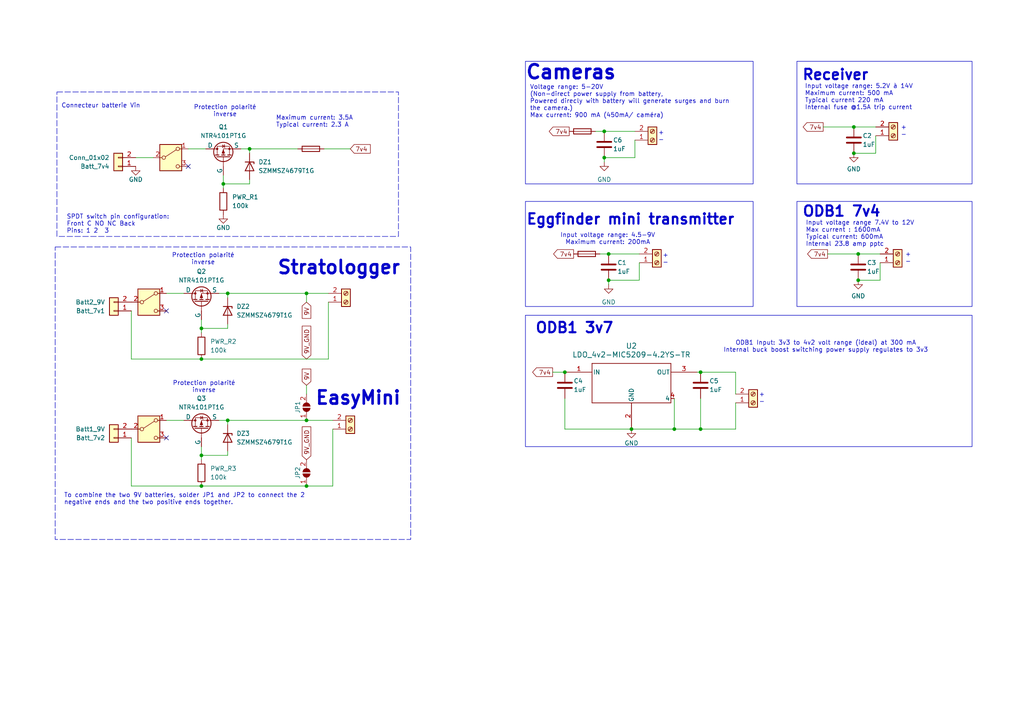
<source format=kicad_sch>
(kicad_sch
	(version 20231120)
	(generator "eeschema")
	(generator_version "8.0")
	(uuid "0b320563-470f-4c42-86e4-4476d70a9b32")
	(paper "A4")
	(lib_symbols
		(symbol "Connector:Screw_Terminal_01x02"
			(pin_names
				(offset 1.016) hide)
			(exclude_from_sim no)
			(in_bom yes)
			(on_board yes)
			(property "Reference" "J"
				(at 0 2.54 0)
				(effects
					(font
						(size 1.27 1.27)
					)
				)
			)
			(property "Value" "Screw_Terminal_01x02"
				(at 0 -5.08 0)
				(effects
					(font
						(size 1.27 1.27)
					)
				)
			)
			(property "Footprint" ""
				(at 0 0 0)
				(effects
					(font
						(size 1.27 1.27)
					)
					(hide yes)
				)
			)
			(property "Datasheet" "~"
				(at 0 0 0)
				(effects
					(font
						(size 1.27 1.27)
					)
					(hide yes)
				)
			)
			(property "Description" "Generic screw terminal, single row, 01x02, script generated (kicad-library-utils/schlib/autogen/connector/)"
				(at 0 0 0)
				(effects
					(font
						(size 1.27 1.27)
					)
					(hide yes)
				)
			)
			(property "ki_keywords" "screw terminal"
				(at 0 0 0)
				(effects
					(font
						(size 1.27 1.27)
					)
					(hide yes)
				)
			)
			(property "ki_fp_filters" "TerminalBlock*:*"
				(at 0 0 0)
				(effects
					(font
						(size 1.27 1.27)
					)
					(hide yes)
				)
			)
			(symbol "Screw_Terminal_01x02_1_1"
				(rectangle
					(start -1.27 1.27)
					(end 1.27 -3.81)
					(stroke
						(width 0.254)
						(type default)
					)
					(fill
						(type background)
					)
				)
				(circle
					(center 0 -2.54)
					(radius 0.635)
					(stroke
						(width 0.1524)
						(type default)
					)
					(fill
						(type none)
					)
				)
				(polyline
					(pts
						(xy -0.5334 -2.2098) (xy 0.3302 -3.048)
					)
					(stroke
						(width 0.1524)
						(type default)
					)
					(fill
						(type none)
					)
				)
				(polyline
					(pts
						(xy -0.5334 0.3302) (xy 0.3302 -0.508)
					)
					(stroke
						(width 0.1524)
						(type default)
					)
					(fill
						(type none)
					)
				)
				(polyline
					(pts
						(xy -0.3556 -2.032) (xy 0.508 -2.8702)
					)
					(stroke
						(width 0.1524)
						(type default)
					)
					(fill
						(type none)
					)
				)
				(polyline
					(pts
						(xy -0.3556 0.508) (xy 0.508 -0.3302)
					)
					(stroke
						(width 0.1524)
						(type default)
					)
					(fill
						(type none)
					)
				)
				(circle
					(center 0 0)
					(radius 0.635)
					(stroke
						(width 0.1524)
						(type default)
					)
					(fill
						(type none)
					)
				)
				(pin passive line
					(at -5.08 0 0)
					(length 3.81)
					(name "Pin_1"
						(effects
							(font
								(size 1.27 1.27)
							)
						)
					)
					(number "1"
						(effects
							(font
								(size 1.27 1.27)
							)
						)
					)
				)
				(pin passive line
					(at -5.08 -2.54 0)
					(length 3.81)
					(name "Pin_2"
						(effects
							(font
								(size 1.27 1.27)
							)
						)
					)
					(number "2"
						(effects
							(font
								(size 1.27 1.27)
							)
						)
					)
				)
			)
		)
		(symbol "Connector_Generic:Conn_01x02"
			(pin_names
				(offset 1.016) hide)
			(exclude_from_sim no)
			(in_bom yes)
			(on_board yes)
			(property "Reference" "J"
				(at 0 2.54 0)
				(effects
					(font
						(size 1.27 1.27)
					)
				)
			)
			(property "Value" "Conn_01x02"
				(at 0 -5.08 0)
				(effects
					(font
						(size 1.27 1.27)
					)
				)
			)
			(property "Footprint" ""
				(at 0 0 0)
				(effects
					(font
						(size 1.27 1.27)
					)
					(hide yes)
				)
			)
			(property "Datasheet" "~"
				(at 0 0 0)
				(effects
					(font
						(size 1.27 1.27)
					)
					(hide yes)
				)
			)
			(property "Description" "Generic connector, single row, 01x02, script generated (kicad-library-utils/schlib/autogen/connector/)"
				(at 0 0 0)
				(effects
					(font
						(size 1.27 1.27)
					)
					(hide yes)
				)
			)
			(property "ki_keywords" "connector"
				(at 0 0 0)
				(effects
					(font
						(size 1.27 1.27)
					)
					(hide yes)
				)
			)
			(property "ki_fp_filters" "Connector*:*_1x??_*"
				(at 0 0 0)
				(effects
					(font
						(size 1.27 1.27)
					)
					(hide yes)
				)
			)
			(symbol "Conn_01x02_1_1"
				(rectangle
					(start -1.27 -2.413)
					(end 0 -2.667)
					(stroke
						(width 0.1524)
						(type default)
					)
					(fill
						(type none)
					)
				)
				(rectangle
					(start -1.27 0.127)
					(end 0 -0.127)
					(stroke
						(width 0.1524)
						(type default)
					)
					(fill
						(type none)
					)
				)
				(rectangle
					(start -1.27 1.27)
					(end 1.27 -3.81)
					(stroke
						(width 0.254)
						(type default)
					)
					(fill
						(type background)
					)
				)
				(pin passive line
					(at -5.08 0 0)
					(length 3.81)
					(name "Pin_1"
						(effects
							(font
								(size 1.27 1.27)
							)
						)
					)
					(number "1"
						(effects
							(font
								(size 1.27 1.27)
							)
						)
					)
				)
				(pin passive line
					(at -5.08 -2.54 0)
					(length 3.81)
					(name "Pin_2"
						(effects
							(font
								(size 1.27 1.27)
							)
						)
					)
					(number "2"
						(effects
							(font
								(size 1.27 1.27)
							)
						)
					)
				)
			)
		)
		(symbol "Device:C"
			(pin_numbers hide)
			(pin_names
				(offset 0.254)
			)
			(exclude_from_sim no)
			(in_bom yes)
			(on_board yes)
			(property "Reference" "C"
				(at 0.635 2.54 0)
				(effects
					(font
						(size 1.27 1.27)
					)
					(justify left)
				)
			)
			(property "Value" "C"
				(at 0.635 -2.54 0)
				(effects
					(font
						(size 1.27 1.27)
					)
					(justify left)
				)
			)
			(property "Footprint" ""
				(at 0.9652 -3.81 0)
				(effects
					(font
						(size 1.27 1.27)
					)
					(hide yes)
				)
			)
			(property "Datasheet" "~"
				(at 0 0 0)
				(effects
					(font
						(size 1.27 1.27)
					)
					(hide yes)
				)
			)
			(property "Description" "Unpolarized capacitor"
				(at 0 0 0)
				(effects
					(font
						(size 1.27 1.27)
					)
					(hide yes)
				)
			)
			(property "ki_keywords" "cap capacitor"
				(at 0 0 0)
				(effects
					(font
						(size 1.27 1.27)
					)
					(hide yes)
				)
			)
			(property "ki_fp_filters" "C_*"
				(at 0 0 0)
				(effects
					(font
						(size 1.27 1.27)
					)
					(hide yes)
				)
			)
			(symbol "C_0_1"
				(polyline
					(pts
						(xy -2.032 -0.762) (xy 2.032 -0.762)
					)
					(stroke
						(width 0.508)
						(type default)
					)
					(fill
						(type none)
					)
				)
				(polyline
					(pts
						(xy -2.032 0.762) (xy 2.032 0.762)
					)
					(stroke
						(width 0.508)
						(type default)
					)
					(fill
						(type none)
					)
				)
			)
			(symbol "C_1_1"
				(pin passive line
					(at 0 3.81 270)
					(length 2.794)
					(name "~"
						(effects
							(font
								(size 1.27 1.27)
							)
						)
					)
					(number "1"
						(effects
							(font
								(size 1.27 1.27)
							)
						)
					)
				)
				(pin passive line
					(at 0 -3.81 90)
					(length 2.794)
					(name "~"
						(effects
							(font
								(size 1.27 1.27)
							)
						)
					)
					(number "2"
						(effects
							(font
								(size 1.27 1.27)
							)
						)
					)
				)
			)
		)
		(symbol "Device:Fuse"
			(pin_numbers hide)
			(pin_names
				(offset 0)
			)
			(exclude_from_sim no)
			(in_bom yes)
			(on_board yes)
			(property "Reference" "F"
				(at 2.032 0 90)
				(effects
					(font
						(size 1.27 1.27)
					)
				)
			)
			(property "Value" "Fuse"
				(at -1.905 0 90)
				(effects
					(font
						(size 1.27 1.27)
					)
				)
			)
			(property "Footprint" ""
				(at -1.778 0 90)
				(effects
					(font
						(size 1.27 1.27)
					)
					(hide yes)
				)
			)
			(property "Datasheet" "~"
				(at 0 0 0)
				(effects
					(font
						(size 1.27 1.27)
					)
					(hide yes)
				)
			)
			(property "Description" "Fuse"
				(at 0 0 0)
				(effects
					(font
						(size 1.27 1.27)
					)
					(hide yes)
				)
			)
			(property "ki_keywords" "fuse"
				(at 0 0 0)
				(effects
					(font
						(size 1.27 1.27)
					)
					(hide yes)
				)
			)
			(property "ki_fp_filters" "*Fuse*"
				(at 0 0 0)
				(effects
					(font
						(size 1.27 1.27)
					)
					(hide yes)
				)
			)
			(symbol "Fuse_0_1"
				(rectangle
					(start -0.762 -2.54)
					(end 0.762 2.54)
					(stroke
						(width 0.254)
						(type default)
					)
					(fill
						(type none)
					)
				)
				(polyline
					(pts
						(xy 0 2.54) (xy 0 -2.54)
					)
					(stroke
						(width 0)
						(type default)
					)
					(fill
						(type none)
					)
				)
			)
			(symbol "Fuse_1_1"
				(pin passive line
					(at 0 3.81 270)
					(length 1.27)
					(name "~"
						(effects
							(font
								(size 1.27 1.27)
							)
						)
					)
					(number "1"
						(effects
							(font
								(size 1.27 1.27)
							)
						)
					)
				)
				(pin passive line
					(at 0 -3.81 90)
					(length 1.27)
					(name "~"
						(effects
							(font
								(size 1.27 1.27)
							)
						)
					)
					(number "2"
						(effects
							(font
								(size 1.27 1.27)
							)
						)
					)
				)
			)
		)
		(symbol "Device:R"
			(pin_numbers hide)
			(pin_names
				(offset 0)
			)
			(exclude_from_sim no)
			(in_bom yes)
			(on_board yes)
			(property "Reference" "R"
				(at 2.032 0 90)
				(effects
					(font
						(size 1.27 1.27)
					)
				)
			)
			(property "Value" "R"
				(at 0 0 90)
				(effects
					(font
						(size 1.27 1.27)
					)
				)
			)
			(property "Footprint" ""
				(at -1.778 0 90)
				(effects
					(font
						(size 1.27 1.27)
					)
					(hide yes)
				)
			)
			(property "Datasheet" "~"
				(at 0 0 0)
				(effects
					(font
						(size 1.27 1.27)
					)
					(hide yes)
				)
			)
			(property "Description" "Resistor"
				(at 0 0 0)
				(effects
					(font
						(size 1.27 1.27)
					)
					(hide yes)
				)
			)
			(property "ki_keywords" "R res resistor"
				(at 0 0 0)
				(effects
					(font
						(size 1.27 1.27)
					)
					(hide yes)
				)
			)
			(property "ki_fp_filters" "R_*"
				(at 0 0 0)
				(effects
					(font
						(size 1.27 1.27)
					)
					(hide yes)
				)
			)
			(symbol "R_0_1"
				(rectangle
					(start -1.016 -2.54)
					(end 1.016 2.54)
					(stroke
						(width 0.254)
						(type default)
					)
					(fill
						(type none)
					)
				)
			)
			(symbol "R_1_1"
				(pin passive line
					(at 0 3.81 270)
					(length 1.27)
					(name "~"
						(effects
							(font
								(size 1.27 1.27)
							)
						)
					)
					(number "1"
						(effects
							(font
								(size 1.27 1.27)
							)
						)
					)
				)
				(pin passive line
					(at 0 -3.81 90)
					(length 1.27)
					(name "~"
						(effects
							(font
								(size 1.27 1.27)
							)
						)
					)
					(number "2"
						(effects
							(font
								(size 1.27 1.27)
							)
						)
					)
				)
			)
		)
		(symbol "Diode:BZV55C18"
			(pin_numbers hide)
			(pin_names hide)
			(exclude_from_sim no)
			(in_bom yes)
			(on_board yes)
			(property "Reference" "D"
				(at 0 2.54 0)
				(effects
					(font
						(size 1.27 1.27)
					)
				)
			)
			(property "Value" "BZV55C18"
				(at 0 -2.54 0)
				(effects
					(font
						(size 1.27 1.27)
					)
				)
			)
			(property "Footprint" "Diode_SMD:D_MiniMELF"
				(at 0 -4.445 0)
				(effects
					(font
						(size 1.27 1.27)
					)
					(hide yes)
				)
			)
			(property "Datasheet" "https://assets.nexperia.com/documents/data-sheet/BZV55_SER.pdf"
				(at 0 0 0)
				(effects
					(font
						(size 1.27 1.27)
					)
					(hide yes)
				)
			)
			(property "Description" "18V, 500mW, 5%, Zener diode, MiniMELF"
				(at 0 0 0)
				(effects
					(font
						(size 1.27 1.27)
					)
					(hide yes)
				)
			)
			(property "ki_keywords" "zener diode"
				(at 0 0 0)
				(effects
					(font
						(size 1.27 1.27)
					)
					(hide yes)
				)
			)
			(property "ki_fp_filters" "D*MiniMELF*"
				(at 0 0 0)
				(effects
					(font
						(size 1.27 1.27)
					)
					(hide yes)
				)
			)
			(symbol "BZV55C18_0_1"
				(polyline
					(pts
						(xy 1.27 0) (xy -1.27 0)
					)
					(stroke
						(width 0)
						(type default)
					)
					(fill
						(type none)
					)
				)
				(polyline
					(pts
						(xy -1.27 -1.27) (xy -1.27 1.27) (xy -0.762 1.27)
					)
					(stroke
						(width 0.254)
						(type default)
					)
					(fill
						(type none)
					)
				)
				(polyline
					(pts
						(xy 1.27 -1.27) (xy 1.27 1.27) (xy -1.27 0) (xy 1.27 -1.27)
					)
					(stroke
						(width 0.254)
						(type default)
					)
					(fill
						(type none)
					)
				)
			)
			(symbol "BZV55C18_1_1"
				(pin passive line
					(at -3.81 0 0)
					(length 2.54)
					(name "K"
						(effects
							(font
								(size 1.27 1.27)
							)
						)
					)
					(number "1"
						(effects
							(font
								(size 1.27 1.27)
							)
						)
					)
				)
				(pin passive line
					(at 3.81 0 180)
					(length 2.54)
					(name "A"
						(effects
							(font
								(size 1.27 1.27)
							)
						)
					)
					(number "2"
						(effects
							(font
								(size 1.27 1.27)
							)
						)
					)
				)
			)
		)
		(symbol "Jumper:SolderJumper_2_Open"
			(pin_names
				(offset 0) hide)
			(exclude_from_sim no)
			(in_bom yes)
			(on_board yes)
			(property "Reference" "JP"
				(at 0 2.032 0)
				(effects
					(font
						(size 1.27 1.27)
					)
				)
			)
			(property "Value" "SolderJumper_2_Open"
				(at 0 -2.54 0)
				(effects
					(font
						(size 1.27 1.27)
					)
				)
			)
			(property "Footprint" ""
				(at 0 0 0)
				(effects
					(font
						(size 1.27 1.27)
					)
					(hide yes)
				)
			)
			(property "Datasheet" "~"
				(at 0 0 0)
				(effects
					(font
						(size 1.27 1.27)
					)
					(hide yes)
				)
			)
			(property "Description" "Solder Jumper, 2-pole, open"
				(at 0 0 0)
				(effects
					(font
						(size 1.27 1.27)
					)
					(hide yes)
				)
			)
			(property "ki_keywords" "solder jumper SPST"
				(at 0 0 0)
				(effects
					(font
						(size 1.27 1.27)
					)
					(hide yes)
				)
			)
			(property "ki_fp_filters" "SolderJumper*Open*"
				(at 0 0 0)
				(effects
					(font
						(size 1.27 1.27)
					)
					(hide yes)
				)
			)
			(symbol "SolderJumper_2_Open_0_1"
				(arc
					(start -0.254 1.016)
					(mid -1.2656 0)
					(end -0.254 -1.016)
					(stroke
						(width 0)
						(type default)
					)
					(fill
						(type none)
					)
				)
				(arc
					(start -0.254 1.016)
					(mid -1.2656 0)
					(end -0.254 -1.016)
					(stroke
						(width 0)
						(type default)
					)
					(fill
						(type outline)
					)
				)
				(polyline
					(pts
						(xy -0.254 1.016) (xy -0.254 -1.016)
					)
					(stroke
						(width 0)
						(type default)
					)
					(fill
						(type none)
					)
				)
				(polyline
					(pts
						(xy 0.254 1.016) (xy 0.254 -1.016)
					)
					(stroke
						(width 0)
						(type default)
					)
					(fill
						(type none)
					)
				)
				(arc
					(start 0.254 -1.016)
					(mid 1.2656 0)
					(end 0.254 1.016)
					(stroke
						(width 0)
						(type default)
					)
					(fill
						(type none)
					)
				)
				(arc
					(start 0.254 -1.016)
					(mid 1.2656 0)
					(end 0.254 1.016)
					(stroke
						(width 0)
						(type default)
					)
					(fill
						(type outline)
					)
				)
			)
			(symbol "SolderJumper_2_Open_1_1"
				(pin passive line
					(at -3.81 0 0)
					(length 2.54)
					(name "A"
						(effects
							(font
								(size 1.27 1.27)
							)
						)
					)
					(number "1"
						(effects
							(font
								(size 1.27 1.27)
							)
						)
					)
				)
				(pin passive line
					(at 3.81 0 180)
					(length 2.54)
					(name "B"
						(effects
							(font
								(size 1.27 1.27)
							)
						)
					)
					(number "2"
						(effects
							(font
								(size 1.27 1.27)
							)
						)
					)
				)
			)
		)
		(symbol "Simulation_SPICE:PMOS"
			(pin_numbers hide)
			(pin_names
				(offset 0)
			)
			(exclude_from_sim no)
			(in_bom yes)
			(on_board yes)
			(property "Reference" "Q"
				(at 5.08 1.27 0)
				(effects
					(font
						(size 1.27 1.27)
					)
					(justify left)
				)
			)
			(property "Value" "PMOS"
				(at 5.08 -1.27 0)
				(effects
					(font
						(size 1.27 1.27)
					)
					(justify left)
				)
			)
			(property "Footprint" ""
				(at 5.08 2.54 0)
				(effects
					(font
						(size 1.27 1.27)
					)
					(hide yes)
				)
			)
			(property "Datasheet" "https://ngspice.sourceforge.io/docs/ngspice-html-manual/manual.xhtml#cha_MOSFETs"
				(at 0 -12.7 0)
				(effects
					(font
						(size 1.27 1.27)
					)
					(hide yes)
				)
			)
			(property "Description" "P-MOSFET transistor, drain/source/gate"
				(at 0 0 0)
				(effects
					(font
						(size 1.27 1.27)
					)
					(hide yes)
				)
			)
			(property "Sim.Device" "PMOS"
				(at 0 -17.145 0)
				(effects
					(font
						(size 1.27 1.27)
					)
					(hide yes)
				)
			)
			(property "Sim.Type" "VDMOS"
				(at 0 -19.05 0)
				(effects
					(font
						(size 1.27 1.27)
					)
					(hide yes)
				)
			)
			(property "Sim.Pins" "1=D 2=G 3=S"
				(at 0 -15.24 0)
				(effects
					(font
						(size 1.27 1.27)
					)
					(hide yes)
				)
			)
			(property "ki_keywords" "transistor PMOS P-MOS P-MOSFET simulation"
				(at 0 0 0)
				(effects
					(font
						(size 1.27 1.27)
					)
					(hide yes)
				)
			)
			(symbol "PMOS_0_1"
				(polyline
					(pts
						(xy 0.254 0) (xy -2.54 0)
					)
					(stroke
						(width 0)
						(type default)
					)
					(fill
						(type none)
					)
				)
				(polyline
					(pts
						(xy 0.254 1.905) (xy 0.254 -1.905)
					)
					(stroke
						(width 0.254)
						(type default)
					)
					(fill
						(type none)
					)
				)
				(polyline
					(pts
						(xy 0.762 -1.27) (xy 0.762 -2.286)
					)
					(stroke
						(width 0.254)
						(type default)
					)
					(fill
						(type none)
					)
				)
				(polyline
					(pts
						(xy 0.762 0.508) (xy 0.762 -0.508)
					)
					(stroke
						(width 0.254)
						(type default)
					)
					(fill
						(type none)
					)
				)
				(polyline
					(pts
						(xy 0.762 2.286) (xy 0.762 1.27)
					)
					(stroke
						(width 0.254)
						(type default)
					)
					(fill
						(type none)
					)
				)
				(polyline
					(pts
						(xy 2.54 2.54) (xy 2.54 1.778)
					)
					(stroke
						(width 0)
						(type default)
					)
					(fill
						(type none)
					)
				)
				(polyline
					(pts
						(xy 2.54 -2.54) (xy 2.54 0) (xy 0.762 0)
					)
					(stroke
						(width 0)
						(type default)
					)
					(fill
						(type none)
					)
				)
				(polyline
					(pts
						(xy 0.762 1.778) (xy 3.302 1.778) (xy 3.302 -1.778) (xy 0.762 -1.778)
					)
					(stroke
						(width 0)
						(type default)
					)
					(fill
						(type none)
					)
				)
				(polyline
					(pts
						(xy 2.286 0) (xy 1.27 0.381) (xy 1.27 -0.381) (xy 2.286 0)
					)
					(stroke
						(width 0)
						(type default)
					)
					(fill
						(type outline)
					)
				)
				(polyline
					(pts
						(xy 2.794 -0.508) (xy 2.921 -0.381) (xy 3.683 -0.381) (xy 3.81 -0.254)
					)
					(stroke
						(width 0)
						(type default)
					)
					(fill
						(type none)
					)
				)
				(polyline
					(pts
						(xy 3.302 -0.381) (xy 2.921 0.254) (xy 3.683 0.254) (xy 3.302 -0.381)
					)
					(stroke
						(width 0)
						(type default)
					)
					(fill
						(type none)
					)
				)
				(circle
					(center 1.651 0)
					(radius 2.794)
					(stroke
						(width 0.254)
						(type default)
					)
					(fill
						(type none)
					)
				)
				(circle
					(center 2.54 -1.778)
					(radius 0.254)
					(stroke
						(width 0)
						(type default)
					)
					(fill
						(type outline)
					)
				)
				(circle
					(center 2.54 1.778)
					(radius 0.254)
					(stroke
						(width 0)
						(type default)
					)
					(fill
						(type outline)
					)
				)
			)
			(symbol "PMOS_1_1"
				(pin passive line
					(at 2.54 5.08 270)
					(length 2.54)
					(name "D"
						(effects
							(font
								(size 1.27 1.27)
							)
						)
					)
					(number "1"
						(effects
							(font
								(size 1.27 1.27)
							)
						)
					)
				)
				(pin input line
					(at -5.08 0 0)
					(length 2.54)
					(name "G"
						(effects
							(font
								(size 1.27 1.27)
							)
						)
					)
					(number "2"
						(effects
							(font
								(size 1.27 1.27)
							)
						)
					)
				)
				(pin passive line
					(at 2.54 -5.08 90)
					(length 2.54)
					(name "S"
						(effects
							(font
								(size 1.27 1.27)
							)
						)
					)
					(number "3"
						(effects
							(font
								(size 1.27 1.27)
							)
						)
					)
				)
			)
		)
		(symbol "Switch:SW_DPDT_x2"
			(pin_names
				(offset 0) hide)
			(exclude_from_sim no)
			(in_bom yes)
			(on_board yes)
			(property "Reference" "SW"
				(at 0 5.08 0)
				(effects
					(font
						(size 1.27 1.27)
					)
				)
			)
			(property "Value" "SW_DPDT_x2"
				(at 0 -5.08 0)
				(effects
					(font
						(size 1.27 1.27)
					)
				)
			)
			(property "Footprint" ""
				(at 0 0 0)
				(effects
					(font
						(size 1.27 1.27)
					)
					(hide yes)
				)
			)
			(property "Datasheet" "~"
				(at 0 0 0)
				(effects
					(font
						(size 1.27 1.27)
					)
					(hide yes)
				)
			)
			(property "Description" "Switch, dual pole double throw, separate symbols"
				(at 0 0 0)
				(effects
					(font
						(size 1.27 1.27)
					)
					(hide yes)
				)
			)
			(property "ki_keywords" "switch dual-pole double-throw DPDT spdt ON-ON"
				(at 0 0 0)
				(effects
					(font
						(size 1.27 1.27)
					)
					(hide yes)
				)
			)
			(property "ki_fp_filters" "SW*DPDT*"
				(at 0 0 0)
				(effects
					(font
						(size 1.27 1.27)
					)
					(hide yes)
				)
			)
			(symbol "SW_DPDT_x2_0_0"
				(circle
					(center -2.032 0)
					(radius 0.508)
					(stroke
						(width 0)
						(type default)
					)
					(fill
						(type none)
					)
				)
				(circle
					(center 2.032 -2.54)
					(radius 0.508)
					(stroke
						(width 0)
						(type default)
					)
					(fill
						(type none)
					)
				)
			)
			(symbol "SW_DPDT_x2_0_1"
				(rectangle
					(start -3.175 3.81)
					(end 3.175 -3.81)
					(stroke
						(width 0.254)
						(type default)
					)
					(fill
						(type background)
					)
				)
				(polyline
					(pts
						(xy -1.524 0.254) (xy 1.5748 2.286)
					)
					(stroke
						(width 0)
						(type default)
					)
					(fill
						(type none)
					)
				)
				(circle
					(center 2.032 2.54)
					(radius 0.508)
					(stroke
						(width 0)
						(type default)
					)
					(fill
						(type none)
					)
				)
			)
			(symbol "SW_DPDT_x2_1_1"
				(pin passive line
					(at 5.08 2.54 180)
					(length 2.54)
					(name "A"
						(effects
							(font
								(size 1.27 1.27)
							)
						)
					)
					(number "1"
						(effects
							(font
								(size 1.27 1.27)
							)
						)
					)
				)
				(pin passive line
					(at -5.08 0 0)
					(length 2.54)
					(name "B"
						(effects
							(font
								(size 1.27 1.27)
							)
						)
					)
					(number "2"
						(effects
							(font
								(size 1.27 1.27)
							)
						)
					)
				)
				(pin passive line
					(at 5.08 -2.54 180)
					(length 2.54)
					(name "C"
						(effects
							(font
								(size 1.27 1.27)
							)
						)
					)
					(number "3"
						(effects
							(font
								(size 1.27 1.27)
							)
						)
					)
				)
			)
			(symbol "SW_DPDT_x2_2_1"
				(pin passive line
					(at 5.08 2.54 180)
					(length 2.54)
					(name "A"
						(effects
							(font
								(size 1.27 1.27)
							)
						)
					)
					(number "4"
						(effects
							(font
								(size 1.27 1.27)
							)
						)
					)
				)
				(pin passive line
					(at -5.08 0 0)
					(length 2.54)
					(name "B"
						(effects
							(font
								(size 1.27 1.27)
							)
						)
					)
					(number "5"
						(effects
							(font
								(size 1.27 1.27)
							)
						)
					)
				)
				(pin passive line
					(at 5.08 -2.54 180)
					(length 2.54)
					(name "C"
						(effects
							(font
								(size 1.27 1.27)
							)
						)
					)
					(number "6"
						(effects
							(font
								(size 1.27 1.27)
							)
						)
					)
				)
			)
		)
		(symbol "librairie_gaul:LDO_4v2-MIC5209-4.2YS-TR"
			(pin_names
				(offset 0.254)
			)
			(exclude_from_sim no)
			(in_bom yes)
			(on_board yes)
			(property "Reference" "U"
				(at 16.764 9.906 0)
				(effects
					(font
						(size 1.524 1.524)
					)
				)
			)
			(property "Value" "LDO_4v2-MIC5209-4.2YS-TR"
				(at 18.542 6.858 0)
				(effects
					(font
						(size 1.524 1.524)
					)
				)
			)
			(property "Footprint" "SOT-223_S_MCH"
				(at 6.858 9.398 0)
				(effects
					(font
						(size 1.27 1.27)
						(italic yes)
					)
					(hide yes)
				)
			)
			(property "Datasheet" "MIC5209-4.2YS-TR"
				(at 7.366 12.446 0)
				(effects
					(font
						(size 1.27 1.27)
						(italic yes)
					)
					(hide yes)
				)
			)
			(property "Description" ""
				(at 0 2.54 0)
				(effects
					(font
						(size 1.27 1.27)
					)
					(hide yes)
				)
			)
			(property "ki_locked" ""
				(at 0 0 0)
				(effects
					(font
						(size 1.27 1.27)
					)
				)
			)
			(property "ki_keywords" "MIC5209-4.2YS-TR"
				(at 0 0 0)
				(effects
					(font
						(size 1.27 1.27)
					)
					(hide yes)
				)
			)
			(property "ki_fp_filters" "SOT-223_S_MCH SOT-223_S_MCH-M SOT-223_S_MCH-L"
				(at 0 0 0)
				(effects
					(font
						(size 1.27 1.27)
					)
					(hide yes)
				)
			)
			(symbol "LDO_4v2-MIC5209-4.2YS-TR_0_1"
				(polyline
					(pts
						(xy 7.62 -6.35) (xy 30.48 -6.35)
					)
					(stroke
						(width 0.2032)
						(type default)
					)
					(fill
						(type none)
					)
				)
				(polyline
					(pts
						(xy 7.62 5.08) (xy 7.62 -6.35)
					)
					(stroke
						(width 0.2032)
						(type default)
					)
					(fill
						(type none)
					)
				)
				(polyline
					(pts
						(xy 30.48 -6.35) (xy 30.48 5.08)
					)
					(stroke
						(width 0.2032)
						(type default)
					)
					(fill
						(type none)
					)
				)
				(polyline
					(pts
						(xy 30.48 5.08) (xy 7.62 5.08)
					)
					(stroke
						(width 0.2032)
						(type default)
					)
					(fill
						(type none)
					)
				)
				(pin input line
					(at 0 2.54 0)
					(length 7.62)
					(name "IN"
						(effects
							(font
								(size 1.27 1.27)
							)
						)
					)
					(number "1"
						(effects
							(font
								(size 1.27 1.27)
							)
						)
					)
				)
			)
			(symbol "LDO_4v2-MIC5209-4.2YS-TR_1_1"
				(pin power_in line
					(at 19.05 -13.97 90)
					(length 7.62)
					(name "GND"
						(effects
							(font
								(size 1.27 1.27)
							)
						)
					)
					(number "2"
						(effects
							(font
								(size 1.27 1.27)
							)
						)
					)
				)
				(pin output line
					(at 38.1 2.54 180)
					(length 7.62)
					(name "OUT"
						(effects
							(font
								(size 1.27 1.27)
							)
						)
					)
					(number "3"
						(effects
							(font
								(size 1.27 1.27)
							)
						)
					)
				)
				(pin unspecified line
					(at 31.48 -5.08 180)
					(length 1)
					(name "4"
						(effects
							(font
								(size 1.27 1.27)
							)
						)
					)
					(number "4"
						(effects
							(font
								(size 1.27 1.27)
							)
						)
					)
				)
			)
		)
		(symbol "power:GND"
			(power)
			(pin_numbers hide)
			(pin_names
				(offset 0) hide)
			(exclude_from_sim no)
			(in_bom yes)
			(on_board yes)
			(property "Reference" "#PWR"
				(at 0 -6.35 0)
				(effects
					(font
						(size 1.27 1.27)
					)
					(hide yes)
				)
			)
			(property "Value" "GND"
				(at 0 -3.81 0)
				(effects
					(font
						(size 1.27 1.27)
					)
				)
			)
			(property "Footprint" ""
				(at 0 0 0)
				(effects
					(font
						(size 1.27 1.27)
					)
					(hide yes)
				)
			)
			(property "Datasheet" ""
				(at 0 0 0)
				(effects
					(font
						(size 1.27 1.27)
					)
					(hide yes)
				)
			)
			(property "Description" "Power symbol creates a global label with name \"GND\" , ground"
				(at 0 0 0)
				(effects
					(font
						(size 1.27 1.27)
					)
					(hide yes)
				)
			)
			(property "ki_keywords" "global power"
				(at 0 0 0)
				(effects
					(font
						(size 1.27 1.27)
					)
					(hide yes)
				)
			)
			(symbol "GND_0_1"
				(polyline
					(pts
						(xy 0 0) (xy 0 -1.27) (xy 1.27 -1.27) (xy 0 -2.54) (xy -1.27 -1.27) (xy 0 -1.27)
					)
					(stroke
						(width 0)
						(type default)
					)
					(fill
						(type none)
					)
				)
			)
			(symbol "GND_1_1"
				(pin power_in line
					(at 0 0 270)
					(length 0)
					(name "~"
						(effects
							(font
								(size 1.27 1.27)
							)
						)
					)
					(number "1"
						(effects
							(font
								(size 1.27 1.27)
							)
						)
					)
				)
			)
		)
	)
	(junction
		(at 183.15 124.46)
		(diameter 0)
		(color 0 0 0 0)
		(uuid "0ad12900-d097-4752-a5ed-af7bcb7f70ea")
	)
	(junction
		(at 195.58 124.46)
		(diameter 0)
		(color 0 0 0 0)
		(uuid "2fbcc2e0-01fc-4c37-80c1-0e2f8556a87a")
	)
	(junction
		(at 248.92 73.66)
		(diameter 0)
		(color 0 0 0 0)
		(uuid "31a77d08-c82e-469f-a4f3-6e6f0857401f")
	)
	(junction
		(at 88.9 121.92)
		(diameter 0)
		(color 0 0 0 0)
		(uuid "3d53f0b4-7792-433b-8207-faeddd956cee")
	)
	(junction
		(at 58.42 140.97)
		(diameter 0)
		(color 0 0 0 0)
		(uuid "45295e0d-758f-452f-b2be-863e6f52994d")
	)
	(junction
		(at 88.9 85.09)
		(diameter 0)
		(color 0 0 0 0)
		(uuid "46aaf315-823e-4b7a-8c8c-1dedfc3064d6")
	)
	(junction
		(at 64.77 53.34)
		(diameter 0)
		(color 0 0 0 0)
		(uuid "4aed786d-e75a-4fa8-bad6-97fc7fbb9f0c")
	)
	(junction
		(at 176.53 81.28)
		(diameter 0)
		(color 0 0 0 0)
		(uuid "4b9e95e9-1ba4-4c79-9e6f-0abe2c8402cd")
	)
	(junction
		(at 58.42 104.14)
		(diameter 0)
		(color 0 0 0 0)
		(uuid "57cc05d9-9d02-48c8-b953-cbae0332cfe6")
	)
	(junction
		(at 247.65 36.83)
		(diameter 0)
		(color 0 0 0 0)
		(uuid "5e245c99-da4b-4dc2-adda-c0131551738a")
	)
	(junction
		(at 203.2 124.46)
		(diameter 0)
		(color 0 0 0 0)
		(uuid "65d207d4-4d70-4b9e-b038-5836b9146d5c")
	)
	(junction
		(at 175.26 38.1)
		(diameter 0)
		(color 0 0 0 0)
		(uuid "6840aeca-1bc6-4504-858c-e071e30549c1")
	)
	(junction
		(at 66.04 85.09)
		(diameter 0)
		(color 0 0 0 0)
		(uuid "7c740694-088c-47a3-834d-159f56912e5c")
	)
	(junction
		(at 72.39 43.18)
		(diameter 0)
		(color 0 0 0 0)
		(uuid "851897e5-cb0b-47c7-a710-17aea45a5010")
	)
	(junction
		(at 203.2 107.95)
		(diameter 0)
		(color 0 0 0 0)
		(uuid "9a0d4ee4-cbcf-4d0a-ae31-870a5e6a8019")
	)
	(junction
		(at 66.04 121.92)
		(diameter 0)
		(color 0 0 0 0)
		(uuid "c366a4f4-b2d1-462f-9265-d20f18f005bb")
	)
	(junction
		(at 247.65 44.45)
		(diameter 0)
		(color 0 0 0 0)
		(uuid "c54b17e4-947c-40b6-98eb-1692ec447d77")
	)
	(junction
		(at 163.83 107.95)
		(diameter 0)
		(color 0 0 0 0)
		(uuid "d0dc81f2-c19b-416a-abe8-04a57a6fac30")
	)
	(junction
		(at 248.92 81.28)
		(diameter 0)
		(color 0 0 0 0)
		(uuid "dfa3acc9-eac0-45d7-b914-2594740aed6e")
	)
	(junction
		(at 175.26 45.72)
		(diameter 0)
		(color 0 0 0 0)
		(uuid "f121487a-41c2-4f14-88c6-7f610e8807ea")
	)
	(junction
		(at 58.42 132.08)
		(diameter 0)
		(color 0 0 0 0)
		(uuid "f22aedba-fc55-4c0a-9a18-02c61e3077b9")
	)
	(junction
		(at 88.9 140.97)
		(diameter 0)
		(color 0 0 0 0)
		(uuid "f6fc886e-f806-453a-a965-1a366abb035a")
	)
	(junction
		(at 58.42 95.25)
		(diameter 0)
		(color 0 0 0 0)
		(uuid "f8929d87-4d30-4b09-9986-a2e50049fc1c")
	)
	(junction
		(at 176.53 73.66)
		(diameter 0)
		(color 0 0 0 0)
		(uuid "fec42fbb-731e-4ddd-8aff-4d4cf19885d8")
	)
	(no_connect
		(at 54.61 48.26)
		(uuid "0771353b-08a8-4d30-afe0-86fd0e9c3163")
	)
	(no_connect
		(at 48.26 127)
		(uuid "f6fdf7a4-428a-415f-8818-3cc6ecb8b57d")
	)
	(no_connect
		(at 48.26 90.17)
		(uuid "ff5f9aff-2002-484a-b8d4-a00c80cb285d")
	)
	(wire
		(pts
			(xy 88.9 111.76) (xy 88.9 114.3)
		)
		(stroke
			(width 0)
			(type default)
		)
		(uuid "043d6702-40ec-4a55-88bc-20462026ffe6")
	)
	(wire
		(pts
			(xy 64.77 53.34) (xy 64.77 54.61)
		)
		(stroke
			(width 0)
			(type default)
		)
		(uuid "0471fe72-4dee-401a-a6c1-0a8d540b0580")
	)
	(wire
		(pts
			(xy 176.53 82.55) (xy 176.53 81.28)
		)
		(stroke
			(width 0)
			(type default)
		)
		(uuid "06a259a0-511a-424c-8604-32ed77293ea7")
	)
	(wire
		(pts
			(xy 163.83 124.46) (xy 183.15 124.46)
		)
		(stroke
			(width 0)
			(type default)
		)
		(uuid "0740f67b-53b0-4d7f-a0d1-257675cff9e4")
	)
	(wire
		(pts
			(xy 238.76 36.83) (xy 247.65 36.83)
		)
		(stroke
			(width 0)
			(type default)
		)
		(uuid "074ba70c-6a6c-456e-8edc-c02d674ae6f1")
	)
	(wire
		(pts
			(xy 213.36 107.95) (xy 213.36 114.3)
		)
		(stroke
			(width 0)
			(type default)
		)
		(uuid "0a2371c3-1b0f-4207-b726-98d41a82d79a")
	)
	(wire
		(pts
			(xy 95.25 104.14) (xy 58.42 104.14)
		)
		(stroke
			(width 0)
			(type default)
		)
		(uuid "0b30b88e-ea9b-4be3-bf65-e81c6bb25c06")
	)
	(wire
		(pts
			(xy 86.36 43.18) (xy 72.39 43.18)
		)
		(stroke
			(width 0)
			(type default)
		)
		(uuid "0d6d0411-5ef1-4a2f-a92b-2a8c9926b18a")
	)
	(wire
		(pts
			(xy 66.04 121.92) (xy 88.9 121.92)
		)
		(stroke
			(width 0)
			(type default)
		)
		(uuid "0d9b1017-4fee-4e46-82a9-e5cea564ba40")
	)
	(wire
		(pts
			(xy 88.9 85.09) (xy 88.9 87.63)
		)
		(stroke
			(width 0)
			(type default)
		)
		(uuid "193cf6c4-c82c-4a84-8c2a-738eb77aa7fc")
	)
	(wire
		(pts
			(xy 39.37 45.72) (xy 44.45 45.72)
		)
		(stroke
			(width 0)
			(type default)
		)
		(uuid "1fc57c7a-3c96-4225-bec0-d6c03b34f7c0")
	)
	(wire
		(pts
			(xy 48.26 85.09) (xy 53.34 85.09)
		)
		(stroke
			(width 0)
			(type default)
		)
		(uuid "211efdf1-c551-47e7-b3f7-f29507c5481a")
	)
	(wire
		(pts
			(xy 38.1 104.14) (xy 58.42 104.14)
		)
		(stroke
			(width 0)
			(type default)
		)
		(uuid "22f18981-c7e4-470b-a8e2-6cd04e2330f5")
	)
	(wire
		(pts
			(xy 66.04 130.81) (xy 66.04 132.08)
		)
		(stroke
			(width 0)
			(type default)
		)
		(uuid "24c4b1f9-9e1b-4a0b-b7b5-0a6a781941e4")
	)
	(wire
		(pts
			(xy 66.04 93.98) (xy 66.04 95.25)
		)
		(stroke
			(width 0)
			(type default)
		)
		(uuid "2a32a36d-a25b-4831-a66f-b0aa9b70375b")
	)
	(wire
		(pts
			(xy 63.5 85.09) (xy 66.04 85.09)
		)
		(stroke
			(width 0)
			(type default)
		)
		(uuid "3f5a4ffe-ee48-4ae7-aaea-851510a62706")
	)
	(wire
		(pts
			(xy 38.1 127) (xy 38.1 140.97)
		)
		(stroke
			(width 0)
			(type default)
		)
		(uuid "3f66518f-04f3-464a-8499-a4dc96f932fc")
	)
	(wire
		(pts
			(xy 183.15 124.46) (xy 195.58 124.46)
		)
		(stroke
			(width 0)
			(type default)
		)
		(uuid "3fb10a53-619c-40d3-9742-96376169416a")
	)
	(wire
		(pts
			(xy 213.36 116.84) (xy 213.36 124.46)
		)
		(stroke
			(width 0)
			(type default)
		)
		(uuid "41bbb719-d9ea-4722-ba8a-c8ca7bee8414")
	)
	(wire
		(pts
			(xy 95.25 87.63) (xy 95.25 104.14)
		)
		(stroke
			(width 0)
			(type default)
		)
		(uuid "451c6f2c-9f5a-4d5a-999b-c67af01037b6")
	)
	(wire
		(pts
			(xy 72.39 52.07) (xy 72.39 53.34)
		)
		(stroke
			(width 0)
			(type default)
		)
		(uuid "49d34737-1b04-43a7-97a6-60e1fbe8b910")
	)
	(wire
		(pts
			(xy 160.29 107.95) (xy 163.83 107.95)
		)
		(stroke
			(width 0)
			(type default)
		)
		(uuid "4a8a4cc2-bfa6-4cff-8e98-dcddcae006a7")
	)
	(wire
		(pts
			(xy 163.83 107.95) (xy 164.1 107.95)
		)
		(stroke
			(width 0)
			(type default)
		)
		(uuid "4d62d83c-41b0-4949-96cd-b1125513df7e")
	)
	(wire
		(pts
			(xy 63.5 121.92) (xy 66.04 121.92)
		)
		(stroke
			(width 0)
			(type default)
		)
		(uuid "4d860bd0-c3ed-4469-b57b-7142d0a8e702")
	)
	(wire
		(pts
			(xy 203.2 115.57) (xy 203.2 124.46)
		)
		(stroke
			(width 0)
			(type default)
		)
		(uuid "5929486f-f5a1-4b7d-9c5b-ecf772a35f04")
	)
	(wire
		(pts
			(xy 58.42 129.54) (xy 58.42 132.08)
		)
		(stroke
			(width 0)
			(type default)
		)
		(uuid "5c6eb4fd-a517-4ccf-8060-0f82e70a82ce")
	)
	(wire
		(pts
			(xy 58.42 132.08) (xy 58.42 133.35)
		)
		(stroke
			(width 0)
			(type default)
		)
		(uuid "5d300d9e-adee-4d89-8eb5-f1fa1b25ccd7")
	)
	(wire
		(pts
			(xy 203.2 124.46) (xy 213.36 124.46)
		)
		(stroke
			(width 0)
			(type default)
		)
		(uuid "5eff26d0-48b3-4ea2-8e30-4fe5a71e8e15")
	)
	(wire
		(pts
			(xy 58.42 95.25) (xy 66.04 95.25)
		)
		(stroke
			(width 0)
			(type default)
		)
		(uuid "5f4b3dc7-8f0f-41e7-bfc0-b0cc3d5db431")
	)
	(wire
		(pts
			(xy 66.04 85.09) (xy 66.04 86.36)
		)
		(stroke
			(width 0)
			(type default)
		)
		(uuid "5f66db68-c216-40ca-88a2-52cb6bcd49cc")
	)
	(wire
		(pts
			(xy 184.15 45.72) (xy 184.15 40.64)
		)
		(stroke
			(width 0)
			(type default)
		)
		(uuid "6a792852-69bb-43aa-8d2c-311af6ef5e5e")
	)
	(wire
		(pts
			(xy 203.2 107.95) (xy 213.36 107.95)
		)
		(stroke
			(width 0)
			(type default)
		)
		(uuid "6cfdec6e-bec9-482b-97bb-71d7962f8e8a")
	)
	(wire
		(pts
			(xy 195.58 124.46) (xy 203.2 124.46)
		)
		(stroke
			(width 0)
			(type default)
		)
		(uuid "721ebeca-c99f-45cf-a424-a84dec964f64")
	)
	(wire
		(pts
			(xy 54.61 43.18) (xy 59.69 43.18)
		)
		(stroke
			(width 0)
			(type default)
		)
		(uuid "75c9b220-4777-420a-9d1b-81451468ebb7")
	)
	(wire
		(pts
			(xy 48.26 121.92) (xy 53.34 121.92)
		)
		(stroke
			(width 0)
			(type default)
		)
		(uuid "77716157-05d5-4d3a-959c-0570949e99a3")
	)
	(wire
		(pts
			(xy 64.77 53.34) (xy 72.39 53.34)
		)
		(stroke
			(width 0)
			(type default)
		)
		(uuid "77e9a600-fef5-4835-b427-482ebfb349b4")
	)
	(wire
		(pts
			(xy 66.04 121.92) (xy 66.04 123.19)
		)
		(stroke
			(width 0)
			(type default)
		)
		(uuid "7a2bffd6-1a10-4414-b73b-2629ebdd6b47")
	)
	(wire
		(pts
			(xy 93.98 43.18) (xy 101.6 43.18)
		)
		(stroke
			(width 0)
			(type default)
		)
		(uuid "7dcb713a-2109-43c3-8a8a-18ea589a13c4")
	)
	(wire
		(pts
			(xy 69.85 43.18) (xy 72.39 43.18)
		)
		(stroke
			(width 0)
			(type default)
		)
		(uuid "81f0ce80-8981-447f-953f-7030488241ed")
	)
	(wire
		(pts
			(xy 176.53 81.28) (xy 185.42 81.28)
		)
		(stroke
			(width 0)
			(type default)
		)
		(uuid "862e4ea4-a23a-4a88-b048-8a5376ce79df")
	)
	(wire
		(pts
			(xy 88.9 121.92) (xy 96.52 121.92)
		)
		(stroke
			(width 0)
			(type default)
		)
		(uuid "87f9ecf3-6bbf-4ae8-8693-3ed9ed6bb1fe")
	)
	(wire
		(pts
			(xy 175.26 45.72) (xy 184.15 45.72)
		)
		(stroke
			(width 0)
			(type default)
		)
		(uuid "91225168-1c22-47fe-8194-2c3f2ea4df52")
	)
	(wire
		(pts
			(xy 96.52 124.46) (xy 96.52 140.97)
		)
		(stroke
			(width 0)
			(type default)
		)
		(uuid "987e2943-682e-4d3a-bbe5-6b95b0806d15")
	)
	(wire
		(pts
			(xy 176.53 73.66) (xy 185.42 73.66)
		)
		(stroke
			(width 0)
			(type default)
		)
		(uuid "9f5851e8-180b-4bf5-941e-a720d85e9fd7")
	)
	(wire
		(pts
			(xy 195.58 115.57) (xy 195.58 124.46)
		)
		(stroke
			(width 0)
			(type default)
		)
		(uuid "a59c1c2f-309b-43e6-88ec-f15143f8ee85")
	)
	(wire
		(pts
			(xy 172.72 38.1) (xy 175.26 38.1)
		)
		(stroke
			(width 0)
			(type default)
		)
		(uuid "a641d752-95f3-4fa3-8777-9fcbb8f37952")
	)
	(wire
		(pts
			(xy 175.26 46.99) (xy 175.26 45.72)
		)
		(stroke
			(width 0)
			(type default)
		)
		(uuid "ab534700-dcfa-4c8d-9b45-142045206e96")
	)
	(wire
		(pts
			(xy 58.42 92.71) (xy 58.42 95.25)
		)
		(stroke
			(width 0)
			(type default)
		)
		(uuid "abcac21e-d5d6-489d-a3dd-3f98e28c9a29")
	)
	(wire
		(pts
			(xy 255.27 81.28) (xy 248.92 81.28)
		)
		(stroke
			(width 0)
			(type default)
		)
		(uuid "acd7c84a-1e86-4317-a86c-482baef1b4c7")
	)
	(wire
		(pts
			(xy 247.65 36.83) (xy 254 36.83)
		)
		(stroke
			(width 0)
			(type default)
		)
		(uuid "af27d175-89f1-4844-9fc6-c1c0a10b599a")
	)
	(wire
		(pts
			(xy 66.04 85.09) (xy 88.9 85.09)
		)
		(stroke
			(width 0)
			(type default)
		)
		(uuid "b1f4eb38-8958-42fe-af0e-fa0f56e7e937")
	)
	(wire
		(pts
			(xy 254 44.45) (xy 254 39.37)
		)
		(stroke
			(width 0)
			(type default)
		)
		(uuid "bdc55c11-db9e-4c39-80f5-a0936371ff50")
	)
	(wire
		(pts
			(xy 38.1 140.97) (xy 58.42 140.97)
		)
		(stroke
			(width 0)
			(type default)
		)
		(uuid "c1673fb3-0976-429c-9174-d66f37efdda7")
	)
	(wire
		(pts
			(xy 72.39 43.18) (xy 72.39 44.45)
		)
		(stroke
			(width 0)
			(type default)
		)
		(uuid "c31a1cde-fdb3-4011-8e1c-c298b1970091")
	)
	(wire
		(pts
			(xy 88.9 140.97) (xy 58.42 140.97)
		)
		(stroke
			(width 0)
			(type default)
		)
		(uuid "c43e1507-876e-4d55-bab7-3a8baf4fff13")
	)
	(wire
		(pts
			(xy 88.9 85.09) (xy 95.25 85.09)
		)
		(stroke
			(width 0)
			(type default)
		)
		(uuid "c53c82b3-fd52-4136-8172-27e73c1cc287")
	)
	(wire
		(pts
			(xy 173.99 73.66) (xy 176.53 73.66)
		)
		(stroke
			(width 0)
			(type default)
		)
		(uuid "cc449987-e9d4-4b20-a91e-6cdd36a07282")
	)
	(wire
		(pts
			(xy 240.03 73.66) (xy 248.92 73.66)
		)
		(stroke
			(width 0)
			(type default)
		)
		(uuid "decf13ea-b97d-4ce2-953c-a9d5dd0faf6c")
	)
	(wire
		(pts
			(xy 255.27 81.28) (xy 255.27 76.2)
		)
		(stroke
			(width 0)
			(type default)
		)
		(uuid "e0819089-90b1-4409-9c05-5aa235455061")
	)
	(wire
		(pts
			(xy 185.42 81.28) (xy 185.42 76.2)
		)
		(stroke
			(width 0)
			(type default)
		)
		(uuid "e1383f89-3af5-4c74-bea6-022c0d65b6e8")
	)
	(wire
		(pts
			(xy 58.42 95.25) (xy 58.42 96.52)
		)
		(stroke
			(width 0)
			(type default)
		)
		(uuid "e19ab931-5c2b-4f15-8004-058aafdb8344")
	)
	(wire
		(pts
			(xy 254 44.45) (xy 247.65 44.45)
		)
		(stroke
			(width 0)
			(type default)
		)
		(uuid "e1a46736-6bdd-4c8d-88b4-ed2efd8ea58a")
	)
	(wire
		(pts
			(xy 58.42 132.08) (xy 66.04 132.08)
		)
		(stroke
			(width 0)
			(type default)
		)
		(uuid "e1ba047a-6d6d-46a9-b467-7211d0fa8c34")
	)
	(wire
		(pts
			(xy 64.77 50.8) (xy 64.77 53.34)
		)
		(stroke
			(width 0)
			(type default)
		)
		(uuid "e42ca432-c4fa-4f05-9b02-affdb3759859")
	)
	(wire
		(pts
			(xy 38.1 90.17) (xy 38.1 104.14)
		)
		(stroke
			(width 0)
			(type default)
		)
		(uuid "e48f5914-96ab-426c-8e72-0d650e0e1958")
	)
	(wire
		(pts
			(xy 203.2 107.95) (xy 202.2 107.95)
		)
		(stroke
			(width 0)
			(type default)
		)
		(uuid "e557e48a-23ad-47ad-b867-38f10563bd41")
	)
	(wire
		(pts
			(xy 175.26 38.1) (xy 184.15 38.1)
		)
		(stroke
			(width 0)
			(type default)
		)
		(uuid "e7891d44-bb18-4ee3-a08c-e6a9686b0891")
	)
	(wire
		(pts
			(xy 163.83 124.46) (xy 163.83 115.57)
		)
		(stroke
			(width 0)
			(type default)
		)
		(uuid "f19c46b9-a9e8-4d74-9f9c-557c543b3164")
	)
	(wire
		(pts
			(xy 248.92 73.66) (xy 255.27 73.66)
		)
		(stroke
			(width 0)
			(type default)
		)
		(uuid "f4724d84-a023-48c2-81cd-5d53f38dffb2")
	)
	(wire
		(pts
			(xy 96.52 140.97) (xy 88.9 140.97)
		)
		(stroke
			(width 0)
			(type default)
		)
		(uuid "fe78bb1d-1ec0-4aa7-848c-507e20912b3a")
	)
	(rectangle
		(start 231.14 17.78)
		(end 281.94 53.34)
		(stroke
			(width 0)
			(type default)
		)
		(fill
			(type none)
		)
		(uuid 58bbb0d7-5bc7-49c4-b2ba-a21445a98a06)
	)
	(rectangle
		(start 16.51 26.67)
		(end 115.57 68.58)
		(stroke
			(width 0)
			(type dash)
		)
		(fill
			(type none)
		)
		(uuid 78660add-aaea-4149-9498-d65f97b61ed2)
	)
	(rectangle
		(start 152.4 91.44)
		(end 281.94 129.54)
		(stroke
			(width 0)
			(type default)
		)
		(fill
			(type none)
		)
		(uuid 8763b6d7-b64d-45b4-ae09-a890949112dc)
	)
	(rectangle
		(start 16.002 71.628)
		(end 119.126 156.464)
		(stroke
			(width 0)
			(type dash)
		)
		(fill
			(type none)
		)
		(uuid aed57140-712c-4e03-874f-4eae54dc55c7)
	)
	(rectangle
		(start 152.4 58.42)
		(end 218.44 88.9)
		(stroke
			(width 0)
			(type default)
		)
		(fill
			(type none)
		)
		(uuid e3f42b5a-4445-48c5-badd-e1996ecb7353)
	)
	(rectangle
		(start 152.4 17.78)
		(end 218.44 53.34)
		(stroke
			(width 0)
			(type default)
		)
		(fill
			(type none)
		)
		(uuid e9a19aa8-9a63-4b21-9828-4f4f08d67f37)
	)
	(rectangle
		(start 231.14 58.42)
		(end 281.94 88.9)
		(stroke
			(width 0)
			(type default)
		)
		(fill
			(type none)
		)
		(uuid e9aba0b3-6a10-432f-b945-6e1babbacb2b)
	)
	(text "Maximum current: 3.5A \nTypical current: 2.3 A"
		(exclude_from_sim no)
		(at 80.01 35.306 0)
		(effects
			(font
				(size 1.27 1.27)
			)
			(justify left)
		)
		(uuid "1804671e-2529-44df-99c5-9d88dd89c54a")
	)
	(text "Protection polarité\ninverse\n"
		(exclude_from_sim no)
		(at 65.278 32.258 0)
		(effects
			(font
				(size 1.27 1.27)
			)
		)
		(uuid "1decfb63-a95c-49cc-8048-a881c1da7995")
	)
	(text "ODB1 Input: 3v3 to 4v2 volt range (ideal) at 300 mA\nInternal buck boost switching power supply regulates to 3v3"
		(exclude_from_sim no)
		(at 239.522 100.584 0)
		(effects
			(font
				(size 1.27 1.27)
			)
		)
		(uuid "2298aaff-a925-4dc8-bd9a-bf8d3a72304c")
	)
	(text "Input voltage range: 4.5-9V\nMaximum current: 200mA"
		(exclude_from_sim no)
		(at 176.276 69.342 0)
		(effects
			(font
				(size 1.27 1.27)
			)
		)
		(uuid "22dd583e-60b8-4c86-80ac-bec5db044b60")
	)
	(text "+\n-\n"
		(exclude_from_sim no)
		(at 220.98 115.57 0)
		(effects
			(font
				(size 1.27 1.27)
			)
		)
		(uuid "284fcc0c-204f-4026-bdc4-2fa0519441d2")
	)
	(text "Input voltage range: 5.2V à 14V\nMaximum current: 500 mA\nTypical current 220 mA \nInternal fuse @1.5A trip current"
		(exclude_from_sim no)
		(at 233.426 28.194 0)
		(effects
			(font
				(size 1.27 1.27)
			)
			(justify left)
		)
		(uuid "2f027823-b021-4838-8700-bca7ed897406")
	)
	(text "ODB1 3v7"
		(exclude_from_sim no)
		(at 166.624 95.25 0)
		(effects
			(font
				(size 3 3)
				(thickness 0.6)
				(bold yes)
			)
		)
		(uuid "3c2ee9eb-72a4-41f6-a2a2-14ae323c7aa8")
	)
	(text "+\n-\n"
		(exclude_from_sim no)
		(at 263.398 74.93 0)
		(effects
			(font
				(size 1.27 1.27)
			)
		)
		(uuid "409e38d4-ff9f-473d-b31c-64068112b31b")
	)
	(text "Protection polarité\ninverse\n"
		(exclude_from_sim no)
		(at 58.928 75.184 0)
		(effects
			(font
				(size 1.27 1.27)
			)
		)
		(uuid "4670893a-f4a2-4075-b417-2c2bd2290e5e")
	)
	(text "+\n-\n"
		(exclude_from_sim no)
		(at 262.128 38.1 0)
		(effects
			(font
				(size 1.27 1.27)
			)
		)
		(uuid "46800294-32b5-48c4-8d0d-ab320912f83e")
	)
	(text "EasyMini"
		(exclude_from_sim no)
		(at 103.886 115.57 0)
		(effects
			(font
				(size 3.81 3.81)
				(thickness 0.762)
				(bold yes)
			)
		)
		(uuid "50af0b83-3ad7-44a8-b364-d907b9f236bd")
	)
	(text "Input voltage range 7.4V to 12V\nMax current : 1600mA\nTypical current: 600mA\nInternal 23.8 amp pptc"
		(exclude_from_sim no)
		(at 233.68 67.818 0)
		(effects
			(font
				(size 1.27 1.27)
			)
			(justify left)
		)
		(uuid "52e5f06b-58bd-4e06-8a2f-4f2639491aeb")
	)
	(text "SPDT switch pin configuration:\nFront C NO NC Back\nPins: 1 2  3\n"
		(exclude_from_sim no)
		(at 19.304 65.024 0)
		(effects
			(font
				(size 1.27 1.27)
			)
			(justify left)
		)
		(uuid "6204bb95-184d-4565-a25d-31a62b323720")
	)
	(text "Protection polarité\ninverse\n"
		(exclude_from_sim no)
		(at 59.182 112.268 0)
		(effects
			(font
				(size 1.27 1.27)
			)
		)
		(uuid "772897fd-112c-4104-b6aa-de564f815e2c")
	)
	(text "Cameras"
		(exclude_from_sim no)
		(at 165.608 21.082 0)
		(effects
			(font
				(size 4 4)
				(thickness 0.8)
				(bold yes)
			)
		)
		(uuid "7ba7e10e-6e0e-4890-82f8-d89c62115062")
	)
	(text "Voltage range: 5-20V\n(Non-direct power supply from battery,\nPowered direcly with battery will generate surges and burn\nthe camera.)\nMax current: 900 mA (450mA/ caméra)"
		(exclude_from_sim no)
		(at 153.67 29.464 0)
		(effects
			(font
				(size 1.27 1.27)
			)
			(justify left)
		)
		(uuid "7f9f5e64-4778-47bd-8909-6a974091d286")
	)
	(text "+\n-\n"
		(exclude_from_sim no)
		(at 193.04 75.184 0)
		(effects
			(font
				(size 1.27 1.27)
			)
		)
		(uuid "85c4ef4b-cdff-4a62-a38d-d8fae084b11c")
	)
	(text "+\n-\n"
		(exclude_from_sim no)
		(at 191.77 39.624 0)
		(effects
			(font
				(size 1.27 1.27)
			)
		)
		(uuid "952cf120-bbc8-4f4e-9da9-ea0a995ffe34")
	)
	(text "Eggfinder mini transmitter\n"
		(exclude_from_sim no)
		(at 182.88 63.754 0)
		(effects
			(font
				(size 3 3)
				(thickness 0.6)
				(bold yes)
			)
		)
		(uuid "a09f94eb-7bbe-4fbe-a624-522d027bfdb4")
	)
	(text "Receiver"
		(exclude_from_sim no)
		(at 242.316 21.844 0)
		(effects
			(font
				(size 3 3)
				(thickness 0.6)
				(bold yes)
			)
		)
		(uuid "aa367cb5-f23d-4373-95e1-2a8d5ca7f6a4")
	)
	(text "Stratologger"
		(exclude_from_sim no)
		(at 98.298 77.724 0)
		(effects
			(font
				(size 3.81 3.81)
				(thickness 0.762)
				(bold yes)
			)
		)
		(uuid "c15f6b39-2e29-4d92-ab58-74f4cd120f8d")
	)
	(text "To combine the two 9V batteries, solder JP1 and JP2 to connect the 2 \nnegative ends and the two positive ends together."
		(exclude_from_sim no)
		(at 18.542 144.78 0)
		(effects
			(font
				(size 1.27 1.27)
			)
			(justify left)
		)
		(uuid "d73da308-794e-414f-8af7-e1b26ecca685")
	)
	(text "ODB1 7v4"
		(exclude_from_sim no)
		(at 244.094 61.468 0)
		(effects
			(font
				(size 3 3)
				(thickness 0.6)
				(bold yes)
			)
		)
		(uuid "e975a69e-d384-4b66-b1a2-65b7abc784c4")
	)
	(text "Connecteur batterie Vin\n"
		(exclude_from_sim no)
		(at 17.78 31.496 0)
		(effects
			(font
				(size 1.27 1.27)
			)
			(justify left bottom)
		)
		(uuid "f8823354-0ea1-4972-9212-46ac033263a1")
	)
	(global_label "7v4"
		(shape input)
		(at 101.6 43.18 0)
		(fields_autoplaced yes)
		(effects
			(font
				(size 1.27 1.27)
			)
			(justify left)
		)
		(uuid "619fdbf0-0390-4371-8efa-d9a4d27957e6")
		(property "Intersheetrefs" "${INTERSHEET_REFS}"
			(at 107.9718 43.18 0)
			(effects
				(font
					(size 1.27 1.27)
				)
				(justify left)
				(hide yes)
			)
		)
	)
	(global_label "7v4"
		(shape output)
		(at 240.03 73.66 180)
		(fields_autoplaced yes)
		(effects
			(font
				(size 1.27 1.27)
			)
			(justify right)
		)
		(uuid "69ae0c14-9c53-4a96-8ec5-afd15cf3bad7")
		(property "Intersheetrefs" "${INTERSHEET_REFS}"
			(at 233.6582 73.66 0)
			(effects
				(font
					(size 1.27 1.27)
				)
				(justify right)
				(hide yes)
			)
		)
	)
	(global_label "7v4"
		(shape output)
		(at 238.76 36.83 180)
		(fields_autoplaced yes)
		(effects
			(font
				(size 1.27 1.27)
			)
			(justify right)
		)
		(uuid "944132c1-24a9-48c6-a131-c9ea97cacf9f")
		(property "Intersheetrefs" "${INTERSHEET_REFS}"
			(at 232.3882 36.83 0)
			(effects
				(font
					(size 1.27 1.27)
				)
				(justify right)
				(hide yes)
			)
		)
	)
	(global_label "7v4"
		(shape output)
		(at 165.1 38.1 180)
		(fields_autoplaced yes)
		(effects
			(font
				(size 1.27 1.27)
			)
			(justify right)
		)
		(uuid "9764ae44-2136-458d-91cd-e5d0055cd648")
		(property "Intersheetrefs" "${INTERSHEET_REFS}"
			(at 158.7282 38.1 0)
			(effects
				(font
					(size 1.27 1.27)
				)
				(justify right)
				(hide yes)
			)
		)
	)
	(global_label "7v4"
		(shape output)
		(at 166.37 73.66 180)
		(fields_autoplaced yes)
		(effects
			(font
				(size 1.27 1.27)
			)
			(justify right)
		)
		(uuid "a5872ba8-29bd-408f-939e-3df12c119145")
		(property "Intersheetrefs" "${INTERSHEET_REFS}"
			(at 159.9982 73.66 0)
			(effects
				(font
					(size 1.27 1.27)
				)
				(justify right)
				(hide yes)
			)
		)
	)
	(global_label "9V_GND"
		(shape input)
		(at 88.9 104.14 90)
		(fields_autoplaced yes)
		(effects
			(font
				(size 1.27 1.27)
			)
			(justify left)
		)
		(uuid "b11de61f-fb1a-4a30-ba04-cb1c96102afd")
		(property "Intersheetrefs" "${INTERSHEET_REFS}"
			(at 88.9 94.0186 90)
			(effects
				(font
					(size 1.27 1.27)
				)
				(justify left)
				(hide yes)
			)
		)
	)
	(global_label "9V"
		(shape input)
		(at 88.9 87.63 270)
		(fields_autoplaced yes)
		(effects
			(font
				(size 1.27 1.27)
			)
			(justify right)
		)
		(uuid "b3b62593-0982-4b0a-9a38-ab5ea23bf5b7")
		(property "Intersheetrefs" "${INTERSHEET_REFS}"
			(at 88.9 92.9133 90)
			(effects
				(font
					(size 1.27 1.27)
				)
				(justify right)
				(hide yes)
			)
		)
	)
	(global_label "9V_GND"
		(shape input)
		(at 88.9 133.35 90)
		(fields_autoplaced yes)
		(effects
			(font
				(size 1.27 1.27)
			)
			(justify left)
		)
		(uuid "c0f8a18d-d8cc-4822-9eec-36e3908b28f7")
		(property "Intersheetrefs" "${INTERSHEET_REFS}"
			(at 88.9 123.2286 90)
			(effects
				(font
					(size 1.27 1.27)
				)
				(justify left)
				(hide yes)
			)
		)
	)
	(global_label "9V"
		(shape input)
		(at 88.9 111.76 90)
		(fields_autoplaced yes)
		(effects
			(font
				(size 1.27 1.27)
			)
			(justify left)
		)
		(uuid "e6bd427b-acbe-4665-b81e-ec81bf833506")
		(property "Intersheetrefs" "${INTERSHEET_REFS}"
			(at 88.9 106.4767 90)
			(effects
				(font
					(size 1.27 1.27)
				)
				(justify left)
				(hide yes)
			)
		)
	)
	(global_label "7v4"
		(shape output)
		(at 160.29 107.95 180)
		(fields_autoplaced yes)
		(effects
			(font
				(size 1.27 1.27)
			)
			(justify right)
		)
		(uuid "f12cb52b-bf09-4bdc-b84d-e9fb19e12666")
		(property "Intersheetrefs" "${INTERSHEET_REFS}"
			(at 153.9182 107.95 0)
			(effects
				(font
					(size 1.27 1.27)
				)
				(justify right)
				(hide yes)
			)
		)
	)
	(symbol
		(lib_id "Switch:SW_DPDT_x2")
		(at 43.18 87.63 0)
		(unit 1)
		(exclude_from_sim no)
		(in_bom yes)
		(on_board yes)
		(dnp no)
		(fields_autoplaced yes)
		(uuid "085d3829-9216-48cb-879f-13121e807eef")
		(property "Reference" "SW5"
			(at 43.18 78.74 0)
			(effects
				(font
					(size 1.27 1.27)
				)
				(hide yes)
			)
		)
		(property "Value" "SW_DPDT_x2"
			(at 43.18 81.28 0)
			(effects
				(font
					(size 1.27 1.27)
				)
				(hide yes)
			)
		)
		(property "Footprint" "Library:Omrun_SS-01GL13"
			(at 43.18 87.63 0)
			(effects
				(font
					(size 1.27 1.27)
				)
				(hide yes)
			)
		)
		(property "Datasheet" "~"
			(at 43.18 87.63 0)
			(effects
				(font
					(size 1.27 1.27)
				)
				(hide yes)
			)
		)
		(property "Description" "Switch, dual pole double throw, separate symbols"
			(at 43.18 87.63 0)
			(effects
				(font
					(size 1.27 1.27)
				)
				(hide yes)
			)
		)
		(pin "3"
			(uuid "cd752f0b-6c27-4a66-941b-e1c1a33b0be6")
		)
		(pin "1"
			(uuid "4b54aca2-ae40-4619-b7a9-58c01eebd30b")
		)
		(pin "5"
			(uuid "5b8b472d-46ee-4815-956f-5a85bfa52cda")
		)
		(pin "4"
			(uuid "e33e5a47-a109-4d50-a3bd-37dc7afa1894")
		)
		(pin "2"
			(uuid "d1515b26-f543-4cba-b55c-27b43dab749c")
		)
		(pin "6"
			(uuid "78fc5403-340c-4162-9613-f9c19ad4c12f")
		)
		(instances
			(project "Push Pin 3"
				(path "/0b320563-470f-4c42-86e4-4476d70a9b32"
					(reference "SW5")
					(unit 1)
				)
			)
		)
	)
	(symbol
		(lib_id "Switch:SW_DPDT_x2")
		(at 49.53 45.72 0)
		(unit 1)
		(exclude_from_sim no)
		(in_bom yes)
		(on_board yes)
		(dnp no)
		(fields_autoplaced yes)
		(uuid "08a7ea2a-bf55-48a8-a90f-3bfcb17993d0")
		(property "Reference" "SW4"
			(at 49.53 36.83 0)
			(effects
				(font
					(size 1.27 1.27)
				)
				(hide yes)
			)
		)
		(property "Value" "SW_DPDT_x2"
			(at 49.53 39.37 0)
			(effects
				(font
					(size 1.27 1.27)
				)
				(hide yes)
			)
		)
		(property "Footprint" "Library:Omrun_SS-01GL13"
			(at 49.53 45.72 0)
			(effects
				(font
					(size 1.27 1.27)
				)
				(hide yes)
			)
		)
		(property "Datasheet" "~"
			(at 49.53 45.72 0)
			(effects
				(font
					(size 1.27 1.27)
				)
				(hide yes)
			)
		)
		(property "Description" "Switch, dual pole double throw, separate symbols"
			(at 49.53 45.72 0)
			(effects
				(font
					(size 1.27 1.27)
				)
				(hide yes)
			)
		)
		(pin "3"
			(uuid "12f77472-816a-47e3-ac78-2c802d27fce5")
		)
		(pin "1"
			(uuid "1e75ac7d-5cf4-4a0d-9c81-ad6eec409264")
		)
		(pin "5"
			(uuid "5b8b472d-46ee-4815-956f-5a85bfa52cdb")
		)
		(pin "4"
			(uuid "e33e5a47-a109-4d50-a3bd-37dc7afa1895")
		)
		(pin "2"
			(uuid "f68ddcbb-592a-42e2-b8b9-58439c1582a6")
		)
		(pin "6"
			(uuid "78fc5403-340c-4162-9613-f9c19ad4c130")
		)
		(instances
			(project "Push Pin 3"
				(path "/0b320563-470f-4c42-86e4-4476d70a9b32"
					(reference "SW4")
					(unit 1)
				)
			)
		)
	)
	(symbol
		(lib_id "Device:R")
		(at 58.42 137.16 0)
		(unit 1)
		(exclude_from_sim no)
		(in_bom yes)
		(on_board yes)
		(dnp no)
		(fields_autoplaced yes)
		(uuid "0c0ac4b1-4c3b-43e0-bffc-42906c6ee2b6")
		(property "Reference" "PWR_R3"
			(at 60.96 135.89 0)
			(effects
				(font
					(size 1.27 1.27)
				)
				(justify left)
			)
		)
		(property "Value" "100k"
			(at 60.96 138.43 0)
			(effects
				(font
					(size 1.27 1.27)
				)
				(justify left)
			)
		)
		(property "Footprint" "Resistor_SMD:R_1206_3216Metric"
			(at 56.642 137.16 90)
			(effects
				(font
					(size 1.27 1.27)
				)
				(hide yes)
			)
		)
		(property "Datasheet" "https://www.digikey.ca/en/products/detail/vishay-dale/CRCW1206100KFKEAHP/2222454"
			(at 58.42 137.16 0)
			(effects
				(font
					(size 1.27 1.27)
				)
				(hide yes)
			)
		)
		(property "Description" ""
			(at 58.42 137.16 0)
			(effects
				(font
					(size 1.27 1.27)
				)
				(hide yes)
			)
		)
		(property "Digikey" "  541-100KUTR-ND"
			(at 58.42 137.16 0)
			(effects
				(font
					(size 1.27 1.27)
				)
				(hide yes)
			)
		)
		(pin "1"
			(uuid "8a75b5d8-8d90-4889-8c42-9c49b59840e6")
		)
		(pin "2"
			(uuid "7d396511-e259-4ad0-9cd0-8c3bbd674131")
		)
		(instances
			(project "Push Pin 3"
				(path "/0b320563-470f-4c42-86e4-4476d70a9b32"
					(reference "PWR_R3")
					(unit 1)
				)
			)
		)
	)
	(symbol
		(lib_id "Diode:BZV55C18")
		(at 72.39 48.26 270)
		(unit 1)
		(exclude_from_sim no)
		(in_bom yes)
		(on_board yes)
		(dnp no)
		(fields_autoplaced yes)
		(uuid "0fa16acb-4b7c-46a1-89ad-68d50c2c2b7a")
		(property "Reference" "DZ1"
			(at 74.93 46.9899 90)
			(effects
				(font
					(size 1.27 1.27)
				)
				(justify left)
			)
		)
		(property "Value" "SZMMSZ4679T1G"
			(at 74.93 49.5299 90)
			(effects
				(font
					(size 1.27 1.27)
				)
				(justify left)
			)
		)
		(property "Footprint" "Diode_SMD:D_SOD-123"
			(at 67.945 48.26 0)
			(effects
				(font
					(size 1.27 1.27)
				)
				(hide yes)
			)
		)
		(property "Datasheet" "https://www.digikey.ca/en/products/detail/onsemi/SZMMSZ4679T1G/5404986?s=N4IgTCBcDaIMoC0CyTEBYBsB2AnAFQEYBxAeTgGE8BaAOQBEQBdAXyA"
			(at 72.39 48.26 0)
			(effects
				(font
					(size 1.27 1.27)
				)
				(hide yes)
			)
		)
		(property "Description" "18V, 500mW, 5%, Zener diode, MiniMELF"
			(at 72.39 48.26 0)
			(effects
				(font
					(size 1.27 1.27)
				)
				(hide yes)
			)
		)
		(property "Digikey" "SZMMSZ4679T1GOSCT-ND"
			(at 72.39 48.26 0)
			(effects
				(font
					(size 1.27 1.27)
				)
				(hide yes)
			)
		)
		(pin "1"
			(uuid "f517dd61-b093-44c9-93c5-bb3fbae6c590")
		)
		(pin "2"
			(uuid "93fcde4b-1b39-401f-91f7-9be87b357f2f")
		)
		(instances
			(project "Push Pin 3"
				(path "/0b320563-470f-4c42-86e4-4476d70a9b32"
					(reference "DZ1")
					(unit 1)
				)
			)
		)
	)
	(symbol
		(lib_id "Device:R")
		(at 64.77 58.42 0)
		(unit 1)
		(exclude_from_sim no)
		(in_bom yes)
		(on_board yes)
		(dnp no)
		(fields_autoplaced yes)
		(uuid "1022b471-2646-4768-9aed-b1c7007c3bd5")
		(property "Reference" "PWR_R1"
			(at 67.31 57.15 0)
			(effects
				(font
					(size 1.27 1.27)
				)
				(justify left)
			)
		)
		(property "Value" "100k"
			(at 67.31 59.69 0)
			(effects
				(font
					(size 1.27 1.27)
				)
				(justify left)
			)
		)
		(property "Footprint" "Resistor_SMD:R_1206_3216Metric"
			(at 62.992 58.42 90)
			(effects
				(font
					(size 1.27 1.27)
				)
				(hide yes)
			)
		)
		(property "Datasheet" "https://www.digikey.ca/en/products/detail/vishay-dale/CRCW1206100KFKEAHP/2222454"
			(at 64.77 58.42 0)
			(effects
				(font
					(size 1.27 1.27)
				)
				(hide yes)
			)
		)
		(property "Description" ""
			(at 64.77 58.42 0)
			(effects
				(font
					(size 1.27 1.27)
				)
				(hide yes)
			)
		)
		(property "Digikey" "  541-100KUTR-ND"
			(at 64.77 58.42 0)
			(effects
				(font
					(size 1.27 1.27)
				)
				(hide yes)
			)
		)
		(pin "1"
			(uuid "d47b0f93-9222-49d2-af24-54f1de833992")
		)
		(pin "2"
			(uuid "9b282474-713d-4f23-84db-deb79a0d12f1")
		)
		(instances
			(project "Push Pin 3"
				(path "/0b320563-470f-4c42-86e4-4476d70a9b32"
					(reference "PWR_R1")
					(unit 1)
				)
			)
		)
	)
	(symbol
		(lib_id "Device:C")
		(at 175.26 41.91 0)
		(unit 1)
		(exclude_from_sim no)
		(in_bom yes)
		(on_board yes)
		(dnp no)
		(uuid "138771c0-e8e4-4b28-bad3-9dad70220841")
		(property "Reference" "C6"
			(at 177.8 40.64 0)
			(effects
				(font
					(size 1.27 1.27)
				)
				(justify left)
			)
		)
		(property "Value" "1uF"
			(at 177.8 43.18 0)
			(effects
				(font
					(size 1.27 1.27)
				)
				(justify left)
			)
		)
		(property "Footprint" "Capacitor_SMD:C_1206_3216Metric"
			(at 176.2252 45.72 0)
			(effects
				(font
					(size 1.27 1.27)
				)
				(hide yes)
			)
		)
		(property "Datasheet" "~"
			(at 175.26 41.91 0)
			(effects
				(font
					(size 1.27 1.27)
				)
				(hide yes)
			)
		)
		(property "Description" ""
			(at 175.26 41.91 0)
			(effects
				(font
					(size 1.27 1.27)
				)
				(hide yes)
			)
		)
		(property "Digikey" "1276-1068-1-ND"
			(at 175.26 41.91 0)
			(effects
				(font
					(size 1.27 1.27)
				)
				(hide yes)
			)
		)
		(pin "1"
			(uuid "7d42e79f-9c7a-48c0-81ee-890a328ab51f")
		)
		(pin "2"
			(uuid "3e8c5d2c-5417-43b7-a248-29ede622e138")
		)
		(instances
			(project "Push Pin 3"
				(path "/0b320563-470f-4c42-86e4-4476d70a9b32"
					(reference "C6")
					(unit 1)
				)
			)
		)
	)
	(symbol
		(lib_id "Device:C")
		(at 203.2 111.76 0)
		(unit 1)
		(exclude_from_sim no)
		(in_bom yes)
		(on_board yes)
		(dnp no)
		(uuid "20c6ba3d-9756-4b85-b581-a9b36d6a9bb7")
		(property "Reference" "C5"
			(at 205.74 110.49 0)
			(effects
				(font
					(size 1.27 1.27)
				)
				(justify left)
			)
		)
		(property "Value" "1uF"
			(at 205.74 113.03 0)
			(effects
				(font
					(size 1.27 1.27)
				)
				(justify left)
			)
		)
		(property "Footprint" "Capacitor_SMD:C_1206_3216Metric"
			(at 204.1652 115.57 0)
			(effects
				(font
					(size 1.27 1.27)
				)
				(hide yes)
			)
		)
		(property "Datasheet" "~"
			(at 203.2 111.76 0)
			(effects
				(font
					(size 1.27 1.27)
				)
				(hide yes)
			)
		)
		(property "Description" ""
			(at 203.2 111.76 0)
			(effects
				(font
					(size 1.27 1.27)
				)
				(hide yes)
			)
		)
		(property "Digikey" "1276-1068-1-ND"
			(at 203.2 111.76 0)
			(effects
				(font
					(size 1.27 1.27)
				)
				(hide yes)
			)
		)
		(pin "1"
			(uuid "ad023285-b766-48d2-8079-f0c89d854abd")
		)
		(pin "2"
			(uuid "6eed9ee3-4b14-40b0-92cb-d2aedbca6d7b")
		)
		(instances
			(project "Push Pin 3"
				(path "/0b320563-470f-4c42-86e4-4476d70a9b32"
					(reference "C5")
					(unit 1)
				)
			)
		)
	)
	(symbol
		(lib_id "librairie_gaul:LDO_4v2-MIC5209-4.2YS-TR")
		(at 164.1 110.49 0)
		(unit 1)
		(exclude_from_sim no)
		(in_bom yes)
		(on_board yes)
		(dnp no)
		(fields_autoplaced yes)
		(uuid "2361cfe5-dc41-4f53-bc66-4fffe094377e")
		(property "Reference" "U2"
			(at 183.15 100.33 0)
			(effects
				(font
					(size 1.524 1.524)
				)
			)
		)
		(property "Value" "LDO_4v2-MIC5209-4.2YS-TR"
			(at 183.15 102.87 0)
			(effects
				(font
					(size 1.524 1.524)
				)
			)
		)
		(property "Footprint" "SOT-223_S_MCH"
			(at 170.958 101.092 0)
			(effects
				(font
					(size 1.27 1.27)
					(italic yes)
				)
				(hide yes)
			)
		)
		(property "Datasheet" "MIC5209-4.2YS-TR"
			(at 171.466 98.044 0)
			(effects
				(font
					(size 1.27 1.27)
					(italic yes)
				)
				(hide yes)
			)
		)
		(property "Description" ""
			(at 164.1 107.95 0)
			(effects
				(font
					(size 1.27 1.27)
				)
				(hide yes)
			)
		)
		(pin "2"
			(uuid "0d7653c4-626e-4703-ab24-d50ce7d625d9")
		)
		(pin "4"
			(uuid "3328b9d1-9547-4acd-a8b2-174e8f7a8ab3")
		)
		(pin "1"
			(uuid "9936f39b-2346-4744-90b1-1a6e39ec5de4")
		)
		(pin "3"
			(uuid "3c1f835b-2285-4c6d-9b18-f718395335e2")
		)
		(instances
			(project ""
				(path "/0b320563-470f-4c42-86e4-4476d70a9b32"
					(reference "U2")
					(unit 1)
				)
			)
		)
	)
	(symbol
		(lib_id "Simulation_SPICE:PMOS")
		(at 64.77 45.72 90)
		(unit 1)
		(exclude_from_sim no)
		(in_bom yes)
		(on_board yes)
		(dnp no)
		(fields_autoplaced yes)
		(uuid "38bedf3f-c0bd-408f-8a3f-167138136d39")
		(property "Reference" "Q1"
			(at 64.77 36.83 90)
			(effects
				(font
					(size 1.27 1.27)
				)
			)
		)
		(property "Value" "NTR4101PT1G"
			(at 64.77 39.37 90)
			(effects
				(font
					(size 1.27 1.27)
				)
			)
		)
		(property "Footprint" "NTR4101PT1G:SOT-23-3_1P4X3P040_ONS"
			(at 62.23 40.64 0)
			(effects
				(font
					(size 1.27 1.27)
				)
				(hide yes)
			)
		)
		(property "Datasheet" "https://www.digikey.ca/en/products/detail/onsemi/NTR4101PT1G/687096?s=N4IgTCBcDaIHIBUBKAWAjABjQBQWg4gPIDKAwggLRwAiIAugL5A"
			(at 77.47 45.72 0)
			(effects
				(font
					(size 1.27 1.27)
				)
				(hide yes)
			)
		)
		(property "Description" "P-MOSFET transistor, drain/source/gate"
			(at 64.77 45.72 0)
			(effects
				(font
					(size 1.27 1.27)
				)
				(hide yes)
			)
		)
		(property "Sim.Device" "PMOS"
			(at 81.915 45.72 0)
			(effects
				(font
					(size 1.27 1.27)
				)
				(hide yes)
			)
		)
		(property "Sim.Type" "VDMOS"
			(at 83.82 45.72 0)
			(effects
				(font
					(size 1.27 1.27)
				)
				(hide yes)
			)
		)
		(property "Sim.Pins" "1=D 2=G 3=S"
			(at 80.01 45.72 0)
			(effects
				(font
					(size 1.27 1.27)
				)
				(hide yes)
			)
		)
		(property "Digikey" "NTR4101PT1GOSCT-ND"
			(at 64.77 45.72 0)
			(effects
				(font
					(size 1.27 1.27)
				)
				(hide yes)
			)
		)
		(pin "1"
			(uuid "59aa91b0-a9f3-424b-addd-89b140333ded")
		)
		(pin "3"
			(uuid "b6df2f15-173f-413d-ad54-1af69b2ec937")
		)
		(pin "2"
			(uuid "28eec3b6-fc10-4fc6-84b4-7361c9d97b62")
		)
		(instances
			(project "Push Pin 3"
				(path "/0b320563-470f-4c42-86e4-4476d70a9b32"
					(reference "Q1")
					(unit 1)
				)
			)
		)
	)
	(symbol
		(lib_id "Connector:Screw_Terminal_01x02")
		(at 101.6 124.46 0)
		(mirror x)
		(unit 1)
		(exclude_from_sim no)
		(in_bom yes)
		(on_board yes)
		(dnp no)
		(uuid "3a462de5-4cad-418d-bd7c-1db89b2f7f37")
		(property "Reference" "J3"
			(at 101.6 115.57 0)
			(effects
				(font
					(size 1.27 1.27)
				)
				(hide yes)
			)
		)
		(property "Value" "Screw_Terminal_01x02"
			(at 101.6 118.11 0)
			(effects
				(font
					(size 1.27 1.27)
				)
				(hide yes)
			)
		)
		(property "Footprint" "Connector_AMASS:AMASS_XT30U-M_1x02_P5.0mm_Vertical"
			(at 101.6 124.46 0)
			(effects
				(font
					(size 1.27 1.27)
				)
				(hide yes)
			)
		)
		(property "Datasheet" "~"
			(at 101.6 124.46 0)
			(effects
				(font
					(size 1.27 1.27)
				)
				(hide yes)
			)
		)
		(property "Description" "Generic screw terminal, single row, 01x02, script generated (kicad-library-utils/schlib/autogen/connector/)"
			(at 101.6 124.46 0)
			(effects
				(font
					(size 1.27 1.27)
				)
				(hide yes)
			)
		)
		(property "LCSC Part #" "C129184"
			(at 101.6 124.46 0)
			(effects
				(font
					(size 1.27 1.27)
				)
				(hide yes)
			)
		)
		(pin "2"
			(uuid "5a4fc88c-8437-496b-9194-19bc7a4297d1")
		)
		(pin "1"
			(uuid "6091ddd1-07a1-463f-b9e9-d933b9e9e0cd")
		)
		(instances
			(project "Push Pin 3"
				(path "/0b320563-470f-4c42-86e4-4476d70a9b32"
					(reference "J3")
					(unit 1)
				)
			)
		)
	)
	(symbol
		(lib_id "power:GND")
		(at 247.65 44.45 0)
		(unit 1)
		(exclude_from_sim no)
		(in_bom yes)
		(on_board yes)
		(dnp no)
		(uuid "3b13a3ec-b46c-4064-933c-56b7af4f9856")
		(property "Reference" "#PWR03"
			(at 247.65 50.8 0)
			(effects
				(font
					(size 1.27 1.27)
				)
				(hide yes)
			)
		)
		(property "Value" "GND"
			(at 247.65 49.022 0)
			(effects
				(font
					(size 1.27 1.27)
				)
			)
		)
		(property "Footprint" ""
			(at 247.65 44.45 0)
			(effects
				(font
					(size 1.27 1.27)
				)
				(hide yes)
			)
		)
		(property "Datasheet" ""
			(at 247.65 44.45 0)
			(effects
				(font
					(size 1.27 1.27)
				)
				(hide yes)
			)
		)
		(property "Description" "Power symbol creates a global label with name \"GND\" , ground"
			(at 247.65 44.45 0)
			(effects
				(font
					(size 1.27 1.27)
				)
				(hide yes)
			)
		)
		(pin "1"
			(uuid "6fd9cd84-c92b-486c-9165-c9f037f2aaa3")
		)
		(instances
			(project "Push Pin 3"
				(path "/0b320563-470f-4c42-86e4-4476d70a9b32"
					(reference "#PWR03")
					(unit 1)
				)
			)
		)
	)
	(symbol
		(lib_id "Connector_Generic:Conn_01x02")
		(at 34.29 48.26 180)
		(unit 1)
		(exclude_from_sim no)
		(in_bom yes)
		(on_board yes)
		(dnp no)
		(uuid "48af160f-a05f-48e8-86b6-dbfe2b57d98d")
		(property "Reference" "Batt_7v4"
			(at 31.75 48.26 0)
			(effects
				(font
					(size 1.27 1.27)
				)
				(justify left)
			)
		)
		(property "Value" "Conn_01x02"
			(at 31.75 45.72 0)
			(effects
				(font
					(size 1.27 1.27)
				)
				(justify left)
			)
		)
		(property "Footprint" "Connector_AMASS:AMASS_XT30U-M_1x02_P5.0mm_Vertical"
			(at 34.29 48.26 0)
			(effects
				(font
					(size 1.27 1.27)
				)
				(hide yes)
			)
		)
		(property "Datasheet" "~"
			(at 34.29 48.26 0)
			(effects
				(font
					(size 1.27 1.27)
				)
				(hide yes)
			)
		)
		(property "Description" ""
			(at 34.29 48.26 0)
			(effects
				(font
					(size 1.27 1.27)
				)
				(hide yes)
			)
		)
		(property "Digikey" ""
			(at 34.29 48.26 0)
			(effects
				(font
					(size 1.27 1.27)
				)
				(hide yes)
			)
		)
		(pin "1"
			(uuid "9ef984c3-76d3-4d72-bf24-db2af707a2a8")
		)
		(pin "2"
			(uuid "88ed975c-fa31-4c28-821d-8cb1a53c0db1")
		)
		(instances
			(project "Push Pin 3"
				(path "/0b320563-470f-4c42-86e4-4476d70a9b32"
					(reference "Batt_7v4")
					(unit 1)
				)
			)
		)
	)
	(symbol
		(lib_id "Connector:Screw_Terminal_01x02")
		(at 189.23 40.64 0)
		(mirror x)
		(unit 1)
		(exclude_from_sim no)
		(in_bom yes)
		(on_board yes)
		(dnp no)
		(uuid "4a9da4b0-2f12-4819-b1ea-dfb79af647b4")
		(property "Reference" "J1"
			(at 189.23 31.75 0)
			(effects
				(font
					(size 1.27 1.27)
				)
				(hide yes)
			)
		)
		(property "Value" "Screw_Terminal_01x02"
			(at 189.23 34.29 0)
			(effects
				(font
					(size 1.27 1.27)
				)
				(hide yes)
			)
		)
		(property "Footprint" "Connector_AMASS:AMASS_XT30U-M_1x02_P5.0mm_Vertical"
			(at 189.23 40.64 0)
			(effects
				(font
					(size 1.27 1.27)
				)
				(hide yes)
			)
		)
		(property "Datasheet" "~"
			(at 189.23 40.64 0)
			(effects
				(font
					(size 1.27 1.27)
				)
				(hide yes)
			)
		)
		(property "Description" "Generic screw terminal, single row, 01x02, script generated (kicad-library-utils/schlib/autogen/connector/)"
			(at 189.23 40.64 0)
			(effects
				(font
					(size 1.27 1.27)
				)
				(hide yes)
			)
		)
		(property "LCSC Part #" "C129184"
			(at 189.23 40.64 0)
			(effects
				(font
					(size 1.27 1.27)
				)
				(hide yes)
			)
		)
		(pin "2"
			(uuid "8ace2928-dd82-4358-9979-b09e0d7b76be")
		)
		(pin "1"
			(uuid "c95f801f-d8cb-409a-be4d-d58c468a0d6c")
		)
		(instances
			(project "Push Pin 3"
				(path "/0b320563-470f-4c42-86e4-4476d70a9b32"
					(reference "J1")
					(unit 1)
				)
			)
		)
	)
	(symbol
		(lib_id "Connector_Generic:Conn_01x02")
		(at 33.02 90.17 180)
		(unit 1)
		(exclude_from_sim no)
		(in_bom yes)
		(on_board yes)
		(dnp no)
		(uuid "4fb49d54-1147-42cc-abf2-aae4af5881aa")
		(property "Reference" "Batt_7v1"
			(at 30.48 90.17 0)
			(effects
				(font
					(size 1.27 1.27)
				)
				(justify left)
			)
		)
		(property "Value" "Batt2_9V"
			(at 30.48 87.63 0)
			(effects
				(font
					(size 1.27 1.27)
				)
				(justify left)
			)
		)
		(property "Footprint" "Connector_AMASS:AMASS_XT30U-M_1x02_P5.0mm_Vertical"
			(at 33.02 90.17 0)
			(effects
				(font
					(size 1.27 1.27)
				)
				(hide yes)
			)
		)
		(property "Datasheet" "~"
			(at 33.02 90.17 0)
			(effects
				(font
					(size 1.27 1.27)
				)
				(hide yes)
			)
		)
		(property "Description" ""
			(at 33.02 90.17 0)
			(effects
				(font
					(size 1.27 1.27)
				)
				(hide yes)
			)
		)
		(property "Digikey" ""
			(at 33.02 90.17 0)
			(effects
				(font
					(size 1.27 1.27)
				)
				(hide yes)
			)
		)
		(pin "1"
			(uuid "f79502e9-2ec4-4e08-8ab9-79f988b1f932")
		)
		(pin "2"
			(uuid "59018425-09db-4a80-9470-b49d3abcd03b")
		)
		(instances
			(project "Push Pin 3"
				(path "/0b320563-470f-4c42-86e4-4476d70a9b32"
					(reference "Batt_7v1")
					(unit 1)
				)
			)
		)
	)
	(symbol
		(lib_id "Device:R")
		(at 58.42 100.33 0)
		(unit 1)
		(exclude_from_sim no)
		(in_bom yes)
		(on_board yes)
		(dnp no)
		(fields_autoplaced yes)
		(uuid "58aba1d1-8adf-4286-b537-4635600fd1c0")
		(property "Reference" "PWR_R2"
			(at 60.96 99.06 0)
			(effects
				(font
					(size 1.27 1.27)
				)
				(justify left)
			)
		)
		(property "Value" "100k"
			(at 60.96 101.6 0)
			(effects
				(font
					(size 1.27 1.27)
				)
				(justify left)
			)
		)
		(property "Footprint" "Resistor_SMD:R_1206_3216Metric"
			(at 56.642 100.33 90)
			(effects
				(font
					(size 1.27 1.27)
				)
				(hide yes)
			)
		)
		(property "Datasheet" "https://www.digikey.ca/en/products/detail/vishay-dale/CRCW1206100KFKEAHP/2222454"
			(at 58.42 100.33 0)
			(effects
				(font
					(size 1.27 1.27)
				)
				(hide yes)
			)
		)
		(property "Description" ""
			(at 58.42 100.33 0)
			(effects
				(font
					(size 1.27 1.27)
				)
				(hide yes)
			)
		)
		(property "Digikey" "  541-100KUTR-ND"
			(at 58.42 100.33 0)
			(effects
				(font
					(size 1.27 1.27)
				)
				(hide yes)
			)
		)
		(pin "1"
			(uuid "5aa8790b-a2fc-4bb6-a8f0-0e2258597c0d")
		)
		(pin "2"
			(uuid "0c257fe2-8c07-4499-98e9-f78cb8938815")
		)
		(instances
			(project "Push Pin 3"
				(path "/0b320563-470f-4c42-86e4-4476d70a9b32"
					(reference "PWR_R2")
					(unit 1)
				)
			)
		)
	)
	(symbol
		(lib_id "Jumper:SolderJumper_2_Open")
		(at 88.9 137.16 90)
		(unit 1)
		(exclude_from_sim no)
		(in_bom yes)
		(on_board yes)
		(dnp no)
		(uuid "5adc242a-3627-45ff-b810-ba8ec2cc9d06")
		(property "Reference" "JP2"
			(at 86.36 137.16 0)
			(effects
				(font
					(size 1.27 1.27)
				)
			)
		)
		(property "Value" "SolderJumper_2_Open"
			(at 85.09 137.16 0)
			(effects
				(font
					(size 1.27 1.27)
				)
				(hide yes)
			)
		)
		(property "Footprint" "Jumper:SolderJumper-2_P1.3mm_Open_TrianglePad1.0x1.5mm"
			(at 88.9 137.16 0)
			(effects
				(font
					(size 1.27 1.27)
				)
				(hide yes)
			)
		)
		(property "Datasheet" "~"
			(at 88.9 137.16 0)
			(effects
				(font
					(size 1.27 1.27)
				)
				(hide yes)
			)
		)
		(property "Description" ""
			(at 88.9 137.16 0)
			(effects
				(font
					(size 1.27 1.27)
				)
				(hide yes)
			)
		)
		(property "Digikey" ""
			(at 88.9 137.16 0)
			(effects
				(font
					(size 1.27 1.27)
				)
				(hide yes)
			)
		)
		(pin "1"
			(uuid "07954de0-77fc-4646-ac42-08369ff2c0ff")
		)
		(pin "2"
			(uuid "c13c999a-2bcb-438a-995f-0df943f0d95b")
		)
		(instances
			(project "Push Pin 3"
				(path "/0b320563-470f-4c42-86e4-4476d70a9b32"
					(reference "JP2")
					(unit 1)
				)
			)
		)
	)
	(symbol
		(lib_id "Diode:BZV55C18")
		(at 66.04 127 270)
		(unit 1)
		(exclude_from_sim no)
		(in_bom yes)
		(on_board yes)
		(dnp no)
		(fields_autoplaced yes)
		(uuid "5bf74862-d493-4cc5-9cf5-3a7774471a64")
		(property "Reference" "DZ3"
			(at 68.58 125.7299 90)
			(effects
				(font
					(size 1.27 1.27)
				)
				(justify left)
			)
		)
		(property "Value" "SZMMSZ4679T1G"
			(at 68.58 128.2699 90)
			(effects
				(font
					(size 1.27 1.27)
				)
				(justify left)
			)
		)
		(property "Footprint" "Diode_SMD:D_SOD-123"
			(at 61.595 127 0)
			(effects
				(font
					(size 1.27 1.27)
				)
				(hide yes)
			)
		)
		(property "Datasheet" "https://www.digikey.ca/en/products/detail/onsemi/SZMMSZ4679T1G/5404986?s=N4IgTCBcDaIMoC0CyTEBYBsB2AnAFQEYBxAeTgGE8BaAOQBEQBdAXyA"
			(at 66.04 127 0)
			(effects
				(font
					(size 1.27 1.27)
				)
				(hide yes)
			)
		)
		(property "Description" "18V, 500mW, 5%, Zener diode, MiniMELF"
			(at 66.04 127 0)
			(effects
				(font
					(size 1.27 1.27)
				)
				(hide yes)
			)
		)
		(property "Digikey" "SZMMSZ4679T1GOSCT-ND"
			(at 66.04 127 0)
			(effects
				(font
					(size 1.27 1.27)
				)
				(hide yes)
			)
		)
		(pin "1"
			(uuid "8f417928-796f-4ab5-9dda-bca409d12384")
		)
		(pin "2"
			(uuid "850c359d-1b86-4bd3-99c3-37aa7b41cd79")
		)
		(instances
			(project "Push Pin 3"
				(path "/0b320563-470f-4c42-86e4-4476d70a9b32"
					(reference "DZ3")
					(unit 1)
				)
			)
		)
	)
	(symbol
		(lib_id "Simulation_SPICE:PMOS")
		(at 58.42 87.63 90)
		(unit 1)
		(exclude_from_sim no)
		(in_bom yes)
		(on_board yes)
		(dnp no)
		(fields_autoplaced yes)
		(uuid "5ecc3c45-8e0e-4d26-a61e-22280e8e0634")
		(property "Reference" "Q2"
			(at 58.42 78.74 90)
			(effects
				(font
					(size 1.27 1.27)
				)
			)
		)
		(property "Value" "NTR4101PT1G"
			(at 58.42 81.28 90)
			(effects
				(font
					(size 1.27 1.27)
				)
			)
		)
		(property "Footprint" "NTR4101PT1G:SOT-23-3_1P4X3P040_ONS"
			(at 55.88 82.55 0)
			(effects
				(font
					(size 1.27 1.27)
				)
				(hide yes)
			)
		)
		(property "Datasheet" "https://www.digikey.ca/en/products/detail/onsemi/NTR4101PT1G/687096?s=N4IgTCBcDaIHIBUBKAWAjABjQBQWg4gPIDKAwggLRwAiIAugL5A"
			(at 71.12 87.63 0)
			(effects
				(font
					(size 1.27 1.27)
				)
				(hide yes)
			)
		)
		(property "Description" "P-MOSFET transistor, drain/source/gate"
			(at 58.42 87.63 0)
			(effects
				(font
					(size 1.27 1.27)
				)
				(hide yes)
			)
		)
		(property "Sim.Device" "PMOS"
			(at 75.565 87.63 0)
			(effects
				(font
					(size 1.27 1.27)
				)
				(hide yes)
			)
		)
		(property "Sim.Type" "VDMOS"
			(at 77.47 87.63 0)
			(effects
				(font
					(size 1.27 1.27)
				)
				(hide yes)
			)
		)
		(property "Sim.Pins" "1=D 2=G 3=S"
			(at 73.66 87.63 0)
			(effects
				(font
					(size 1.27 1.27)
				)
				(hide yes)
			)
		)
		(property "Digikey" "NTR4101PT1GOSCT-ND"
			(at 58.42 87.63 0)
			(effects
				(font
					(size 1.27 1.27)
				)
				(hide yes)
			)
		)
		(pin "1"
			(uuid "3ef3a277-a7dc-4be3-9bb9-5d0e1aac36b2")
		)
		(pin "3"
			(uuid "4881501d-44c4-4d10-bae4-f1ed39e3f718")
		)
		(pin "2"
			(uuid "35c2b8c8-afa3-4d6c-b94d-9edf268f123d")
		)
		(instances
			(project "Push Pin 3"
				(path "/0b320563-470f-4c42-86e4-4476d70a9b32"
					(reference "Q2")
					(unit 1)
				)
			)
		)
	)
	(symbol
		(lib_id "Connector:Screw_Terminal_01x02")
		(at 260.35 76.2 0)
		(mirror x)
		(unit 1)
		(exclude_from_sim no)
		(in_bom yes)
		(on_board yes)
		(dnp no)
		(uuid "68b1be0d-7c87-4a36-b51b-b54431e8078a")
		(property "Reference" "J6"
			(at 260.35 67.31 0)
			(effects
				(font
					(size 1.27 1.27)
				)
				(hide yes)
			)
		)
		(property "Value" "Screw_Terminal_01x02"
			(at 260.35 69.85 0)
			(effects
				(font
					(size 1.27 1.27)
				)
				(hide yes)
			)
		)
		(property "Footprint" "Connector_AMASS:AMASS_XT30U-M_1x02_P5.0mm_Vertical"
			(at 260.35 76.2 0)
			(effects
				(font
					(size 1.27 1.27)
				)
				(hide yes)
			)
		)
		(property "Datasheet" "~"
			(at 260.35 76.2 0)
			(effects
				(font
					(size 1.27 1.27)
				)
				(hide yes)
			)
		)
		(property "Description" "Generic screw terminal, single row, 01x02, script generated (kicad-library-utils/schlib/autogen/connector/)"
			(at 260.35 76.2 0)
			(effects
				(font
					(size 1.27 1.27)
				)
				(hide yes)
			)
		)
		(property "LCSC Part #" "C129184"
			(at 260.35 76.2 0)
			(effects
				(font
					(size 1.27 1.27)
				)
				(hide yes)
			)
		)
		(pin "2"
			(uuid "94d202da-a73a-4f1f-a2da-af98ae448397")
		)
		(pin "1"
			(uuid "b37b0c4f-42b3-4a30-bba8-d1d34cdd2c21")
		)
		(instances
			(project "Push Pin 3"
				(path "/0b320563-470f-4c42-86e4-4476d70a9b32"
					(reference "J6")
					(unit 1)
				)
			)
		)
	)
	(symbol
		(lib_id "Simulation_SPICE:PMOS")
		(at 58.42 124.46 90)
		(unit 1)
		(exclude_from_sim no)
		(in_bom yes)
		(on_board yes)
		(dnp no)
		(fields_autoplaced yes)
		(uuid "78786d07-9c53-4a52-8851-4298484a553b")
		(property "Reference" "Q3"
			(at 58.42 115.57 90)
			(effects
				(font
					(size 1.27 1.27)
				)
			)
		)
		(property "Value" "NTR4101PT1G"
			(at 58.42 118.11 90)
			(effects
				(font
					(size 1.27 1.27)
				)
			)
		)
		(property "Footprint" "NTR4101PT1G:SOT-23-3_1P4X3P040_ONS"
			(at 55.88 119.38 0)
			(effects
				(font
					(size 1.27 1.27)
				)
				(hide yes)
			)
		)
		(property "Datasheet" "https://www.digikey.ca/en/products/detail/onsemi/NTR4101PT1G/687096?s=N4IgTCBcDaIHIBUBKAWAjABjQBQWg4gPIDKAwggLRwAiIAugL5A"
			(at 71.12 124.46 0)
			(effects
				(font
					(size 1.27 1.27)
				)
				(hide yes)
			)
		)
		(property "Description" "P-MOSFET transistor, drain/source/gate"
			(at 58.42 124.46 0)
			(effects
				(font
					(size 1.27 1.27)
				)
				(hide yes)
			)
		)
		(property "Sim.Device" "PMOS"
			(at 75.565 124.46 0)
			(effects
				(font
					(size 1.27 1.27)
				)
				(hide yes)
			)
		)
		(property "Sim.Type" "VDMOS"
			(at 77.47 124.46 0)
			(effects
				(font
					(size 1.27 1.27)
				)
				(hide yes)
			)
		)
		(property "Sim.Pins" "1=D 2=G 3=S"
			(at 73.66 124.46 0)
			(effects
				(font
					(size 1.27 1.27)
				)
				(hide yes)
			)
		)
		(property "Digikey" "NTR4101PT1GOSCT-ND"
			(at 58.42 124.46 0)
			(effects
				(font
					(size 1.27 1.27)
				)
				(hide yes)
			)
		)
		(pin "1"
			(uuid "872c0c83-3da4-44c0-9e23-c71a42f827c2")
		)
		(pin "3"
			(uuid "2bca99d5-5221-4655-926f-b3622eb0ade5")
		)
		(pin "2"
			(uuid "853f0205-b2dc-42c3-99d3-5ab84628ceec")
		)
		(instances
			(project "Push Pin 3"
				(path "/0b320563-470f-4c42-86e4-4476d70a9b32"
					(reference "Q3")
					(unit 1)
				)
			)
		)
	)
	(symbol
		(lib_id "Connector:Screw_Terminal_01x02")
		(at 259.08 39.37 0)
		(mirror x)
		(unit 1)
		(exclude_from_sim no)
		(in_bom yes)
		(on_board yes)
		(dnp no)
		(uuid "95ccbe2a-eb6b-41d5-9aa5-bbf09b07d1e2")
		(property "Reference" "J4"
			(at 259.08 30.48 0)
			(effects
				(font
					(size 1.27 1.27)
				)
				(hide yes)
			)
		)
		(property "Value" "Screw_Terminal_01x02"
			(at 259.08 33.02 0)
			(effects
				(font
					(size 1.27 1.27)
				)
				(hide yes)
			)
		)
		(property "Footprint" "Connector_AMASS:AMASS_XT30U-M_1x02_P5.0mm_Vertical"
			(at 259.08 39.37 0)
			(effects
				(font
					(size 1.27 1.27)
				)
				(hide yes)
			)
		)
		(property "Datasheet" "~"
			(at 259.08 39.37 0)
			(effects
				(font
					(size 1.27 1.27)
				)
				(hide yes)
			)
		)
		(property "Description" "Generic screw terminal, single row, 01x02, script generated (kicad-library-utils/schlib/autogen/connector/)"
			(at 259.08 39.37 0)
			(effects
				(font
					(size 1.27 1.27)
				)
				(hide yes)
			)
		)
		(property "LCSC Part #" "C129184"
			(at 259.08 39.37 0)
			(effects
				(font
					(size 1.27 1.27)
				)
				(hide yes)
			)
		)
		(pin "2"
			(uuid "64c79e51-1198-4151-b72d-3d1d1acd7c93")
		)
		(pin "1"
			(uuid "423646e9-20f3-4618-9f5d-1c4e687cf2ef")
		)
		(instances
			(project "Push Pin 3"
				(path "/0b320563-470f-4c42-86e4-4476d70a9b32"
					(reference "J4")
					(unit 1)
				)
			)
		)
	)
	(symbol
		(lib_id "power:GND")
		(at 175.26 46.99 0)
		(unit 1)
		(exclude_from_sim no)
		(in_bom yes)
		(on_board yes)
		(dnp no)
		(fields_autoplaced yes)
		(uuid "9dba3f59-b83f-42e5-a234-2e2efadd601d")
		(property "Reference" "#PWR05"
			(at 175.26 53.34 0)
			(effects
				(font
					(size 1.27 1.27)
				)
				(hide yes)
			)
		)
		(property "Value" "GND"
			(at 175.26 52.07 0)
			(effects
				(font
					(size 1.27 1.27)
				)
			)
		)
		(property "Footprint" ""
			(at 175.26 46.99 0)
			(effects
				(font
					(size 1.27 1.27)
				)
				(hide yes)
			)
		)
		(property "Datasheet" ""
			(at 175.26 46.99 0)
			(effects
				(font
					(size 1.27 1.27)
				)
				(hide yes)
			)
		)
		(property "Description" "Power symbol creates a global label with name \"GND\" , ground"
			(at 175.26 46.99 0)
			(effects
				(font
					(size 1.27 1.27)
				)
				(hide yes)
			)
		)
		(pin "1"
			(uuid "1e88057c-83ff-413d-a543-0c2e9479a2fe")
		)
		(instances
			(project "Push Pin 3"
				(path "/0b320563-470f-4c42-86e4-4476d70a9b32"
					(reference "#PWR05")
					(unit 1)
				)
			)
		)
	)
	(symbol
		(lib_id "Device:C")
		(at 163.83 111.76 0)
		(unit 1)
		(exclude_from_sim no)
		(in_bom yes)
		(on_board yes)
		(dnp no)
		(uuid "a51f20cb-47cb-4ab8-8288-c4bbdec1f7ad")
		(property "Reference" "C4"
			(at 166.37 110.49 0)
			(effects
				(font
					(size 1.27 1.27)
				)
				(justify left)
			)
		)
		(property "Value" "1uF"
			(at 166.37 113.03 0)
			(effects
				(font
					(size 1.27 1.27)
				)
				(justify left)
			)
		)
		(property "Footprint" "Capacitor_SMD:C_1206_3216Metric"
			(at 164.7952 115.57 0)
			(effects
				(font
					(size 1.27 1.27)
				)
				(hide yes)
			)
		)
		(property "Datasheet" "~"
			(at 163.83 111.76 0)
			(effects
				(font
					(size 1.27 1.27)
				)
				(hide yes)
			)
		)
		(property "Description" ""
			(at 163.83 111.76 0)
			(effects
				(font
					(size 1.27 1.27)
				)
				(hide yes)
			)
		)
		(property "Digikey" "1276-1068-1-ND"
			(at 163.83 111.76 0)
			(effects
				(font
					(size 1.27 1.27)
				)
				(hide yes)
			)
		)
		(pin "1"
			(uuid "a1885657-e70c-41e8-8dfa-2139a07ec3c6")
		)
		(pin "2"
			(uuid "80de356e-2877-44d3-89e7-2cebd24473bb")
		)
		(instances
			(project "Push Pin 3"
				(path "/0b320563-470f-4c42-86e4-4476d70a9b32"
					(reference "C4")
					(unit 1)
				)
			)
		)
	)
	(symbol
		(lib_id "Jumper:SolderJumper_2_Open")
		(at 88.9 118.11 90)
		(unit 1)
		(exclude_from_sim no)
		(in_bom yes)
		(on_board yes)
		(dnp no)
		(uuid "ae1ec21f-50af-4c35-a96b-1c7ff1f85a27")
		(property "Reference" "JP1"
			(at 86.36 118.11 0)
			(effects
				(font
					(size 1.27 1.27)
				)
			)
		)
		(property "Value" "SolderJumper_2_Open"
			(at 85.09 118.11 0)
			(effects
				(font
					(size 1.27 1.27)
				)
				(hide yes)
			)
		)
		(property "Footprint" "Jumper:SolderJumper-2_P1.3mm_Open_TrianglePad1.0x1.5mm"
			(at 88.9 118.11 0)
			(effects
				(font
					(size 1.27 1.27)
				)
				(hide yes)
			)
		)
		(property "Datasheet" "~"
			(at 88.9 118.11 0)
			(effects
				(font
					(size 1.27 1.27)
				)
				(hide yes)
			)
		)
		(property "Description" ""
			(at 88.9 118.11 0)
			(effects
				(font
					(size 1.27 1.27)
				)
				(hide yes)
			)
		)
		(property "Digikey" ""
			(at 88.9 118.11 0)
			(effects
				(font
					(size 1.27 1.27)
				)
				(hide yes)
			)
		)
		(pin "1"
			(uuid "0e688a41-c2bc-41d7-9707-c6dc5cdcaa19")
		)
		(pin "2"
			(uuid "9ff86f8e-51a0-4105-ac5a-daf0124d3af8")
		)
		(instances
			(project "Push Pin 3"
				(path "/0b320563-470f-4c42-86e4-4476d70a9b32"
					(reference "JP1")
					(unit 1)
				)
			)
		)
	)
	(symbol
		(lib_id "power:GND")
		(at 39.37 48.26 0)
		(unit 1)
		(exclude_from_sim no)
		(in_bom yes)
		(on_board yes)
		(dnp no)
		(uuid "b07f954b-fea6-43d6-b90b-0d55b404a618")
		(property "Reference" "#PWR09"
			(at 39.37 54.61 0)
			(effects
				(font
					(size 1.27 1.27)
				)
				(hide yes)
			)
		)
		(property "Value" "GND"
			(at 39.37 52.07 0)
			(effects
				(font
					(size 1.27 1.27)
				)
			)
		)
		(property "Footprint" ""
			(at 39.37 48.26 0)
			(effects
				(font
					(size 1.27 1.27)
				)
				(hide yes)
			)
		)
		(property "Datasheet" ""
			(at 39.37 48.26 0)
			(effects
				(font
					(size 1.27 1.27)
				)
				(hide yes)
			)
		)
		(property "Description" ""
			(at 39.37 48.26 0)
			(effects
				(font
					(size 1.27 1.27)
				)
				(hide yes)
			)
		)
		(pin "1"
			(uuid "bc99c441-f4c8-48e8-a2ef-00cdd5d8f1d2")
		)
		(instances
			(project "Push Pin 3"
				(path "/0b320563-470f-4c42-86e4-4476d70a9b32"
					(reference "#PWR09")
					(unit 1)
				)
			)
		)
	)
	(symbol
		(lib_id "Connector:Screw_Terminal_01x02")
		(at 100.33 87.63 0)
		(mirror x)
		(unit 1)
		(exclude_from_sim no)
		(in_bom yes)
		(on_board yes)
		(dnp no)
		(uuid "bef38e6b-9db1-4765-80b8-02b93baca873")
		(property "Reference" "J2"
			(at 100.33 78.74 0)
			(effects
				(font
					(size 1.27 1.27)
				)
				(hide yes)
			)
		)
		(property "Value" "Screw_Terminal_01x02"
			(at 100.33 81.28 0)
			(effects
				(font
					(size 1.27 1.27)
				)
				(hide yes)
			)
		)
		(property "Footprint" "Connector_AMASS:AMASS_XT30U-M_1x02_P5.0mm_Vertical"
			(at 100.33 87.63 0)
			(effects
				(font
					(size 1.27 1.27)
				)
				(hide yes)
			)
		)
		(property "Datasheet" "~"
			(at 100.33 87.63 0)
			(effects
				(font
					(size 1.27 1.27)
				)
				(hide yes)
			)
		)
		(property "Description" "Generic screw terminal, single row, 01x02, script generated (kicad-library-utils/schlib/autogen/connector/)"
			(at 100.33 87.63 0)
			(effects
				(font
					(size 1.27 1.27)
				)
				(hide yes)
			)
		)
		(property "LCSC Part #" "C129184"
			(at 100.33 87.63 0)
			(effects
				(font
					(size 1.27 1.27)
				)
				(hide yes)
			)
		)
		(pin "2"
			(uuid "8e33cfe9-4b54-474d-94c0-c136b7edcd20")
		)
		(pin "1"
			(uuid "31e36dad-6d78-4e92-9838-aa2cf5281eb2")
		)
		(instances
			(project "Push Pin 3"
				(path "/0b320563-470f-4c42-86e4-4476d70a9b32"
					(reference "J2")
					(unit 1)
				)
			)
		)
	)
	(symbol
		(lib_id "power:GND")
		(at 176.53 82.55 0)
		(unit 1)
		(exclude_from_sim no)
		(in_bom yes)
		(on_board yes)
		(dnp no)
		(fields_autoplaced yes)
		(uuid "bf2273cc-9acc-49f0-a69d-cbe97100a875")
		(property "Reference" "#PWR04"
			(at 176.53 88.9 0)
			(effects
				(font
					(size 1.27 1.27)
				)
				(hide yes)
			)
		)
		(property "Value" "GND"
			(at 176.53 87.63 0)
			(effects
				(font
					(size 1.27 1.27)
				)
			)
		)
		(property "Footprint" ""
			(at 176.53 82.55 0)
			(effects
				(font
					(size 1.27 1.27)
				)
				(hide yes)
			)
		)
		(property "Datasheet" ""
			(at 176.53 82.55 0)
			(effects
				(font
					(size 1.27 1.27)
				)
				(hide yes)
			)
		)
		(property "Description" "Power symbol creates a global label with name \"GND\" , ground"
			(at 176.53 82.55 0)
			(effects
				(font
					(size 1.27 1.27)
				)
				(hide yes)
			)
		)
		(pin "1"
			(uuid "d3e91d21-49bb-45ec-9609-f616f0169d5a")
		)
		(instances
			(project "Push Pin 3"
				(path "/0b320563-470f-4c42-86e4-4476d70a9b32"
					(reference "#PWR04")
					(unit 1)
				)
			)
		)
	)
	(symbol
		(lib_id "Switch:SW_DPDT_x2")
		(at 43.18 124.46 0)
		(unit 1)
		(exclude_from_sim no)
		(in_bom yes)
		(on_board yes)
		(dnp no)
		(fields_autoplaced yes)
		(uuid "c1b79615-b090-41a6-bed9-2a3e1c808ce9")
		(property "Reference" "SW6"
			(at 43.18 115.57 0)
			(effects
				(font
					(size 1.27 1.27)
				)
				(hide yes)
			)
		)
		(property "Value" "SW_DPDT_x2"
			(at 43.18 118.11 0)
			(effects
				(font
					(size 1.27 1.27)
				)
				(hide yes)
			)
		)
		(property "Footprint" "Library:Omrun_SS-01GL13"
			(at 43.18 124.46 0)
			(effects
				(font
					(size 1.27 1.27)
				)
				(hide yes)
			)
		)
		(property "Datasheet" "~"
			(at 43.18 124.46 0)
			(effects
				(font
					(size 1.27 1.27)
				)
				(hide yes)
			)
		)
		(property "Description" "Switch, dual pole double throw, separate symbols"
			(at 43.18 124.46 0)
			(effects
				(font
					(size 1.27 1.27)
				)
				(hide yes)
			)
		)
		(pin "3"
			(uuid "cc587e53-5c12-4185-9a6b-9cc92e448d5b")
		)
		(pin "1"
			(uuid "f8a9918b-df22-442d-8967-2042e74ee1fa")
		)
		(pin "5"
			(uuid "5b8b472d-46ee-4815-956f-5a85bfa52cdc")
		)
		(pin "4"
			(uuid "e33e5a47-a109-4d50-a3bd-37dc7afa1896")
		)
		(pin "2"
			(uuid "3e5efaaf-4235-4ecb-b22d-6fff4e75db3d")
		)
		(pin "6"
			(uuid "78fc5403-340c-4162-9613-f9c19ad4c131")
		)
		(instances
			(project "Push Pin 3"
				(path "/0b320563-470f-4c42-86e4-4476d70a9b32"
					(reference "SW6")
					(unit 1)
				)
			)
		)
	)
	(symbol
		(lib_id "Connector:Screw_Terminal_01x02")
		(at 190.5 76.2 0)
		(mirror x)
		(unit 1)
		(exclude_from_sim no)
		(in_bom yes)
		(on_board yes)
		(dnp no)
		(uuid "c3d23822-c3e5-4293-ba5e-58413926abf1")
		(property "Reference" "J5"
			(at 190.5 67.31 0)
			(effects
				(font
					(size 1.27 1.27)
				)
				(hide yes)
			)
		)
		(property "Value" "Screw_Terminal_01x02"
			(at 190.5 69.85 0)
			(effects
				(font
					(size 1.27 1.27)
				)
				(hide yes)
			)
		)
		(property "Footprint" "Connector_AMASS:AMASS_XT30U-M_1x02_P5.0mm_Vertical"
			(at 190.5 76.2 0)
			(effects
				(font
					(size 1.27 1.27)
				)
				(hide yes)
			)
		)
		(property "Datasheet" "~"
			(at 190.5 76.2 0)
			(effects
				(font
					(size 1.27 1.27)
				)
				(hide yes)
			)
		)
		(property "Description" "Generic screw terminal, single row, 01x02, script generated (kicad-library-utils/schlib/autogen/connector/)"
			(at 190.5 76.2 0)
			(effects
				(font
					(size 1.27 1.27)
				)
				(hide yes)
			)
		)
		(property "LCSC Part #" "C129184"
			(at 190.5 76.2 0)
			(effects
				(font
					(size 1.27 1.27)
				)
				(hide yes)
			)
		)
		(pin "2"
			(uuid "0b668489-199f-494c-ba07-51d29b8dd48f")
		)
		(pin "1"
			(uuid "c93be05e-622e-4741-aa41-4762816d0a0e")
		)
		(instances
			(project "Push Pin 3"
				(path "/0b320563-470f-4c42-86e4-4476d70a9b32"
					(reference "J5")
					(unit 1)
				)
			)
		)
	)
	(symbol
		(lib_id "Connector:Screw_Terminal_01x02")
		(at 218.44 116.84 0)
		(mirror x)
		(unit 1)
		(exclude_from_sim no)
		(in_bom yes)
		(on_board yes)
		(dnp no)
		(uuid "c4f0133f-7040-4359-a007-3f647a8c0609")
		(property "Reference" "J7"
			(at 218.44 107.95 0)
			(effects
				(font
					(size 1.27 1.27)
				)
				(hide yes)
			)
		)
		(property "Value" "Screw_Terminal_01x02"
			(at 218.44 110.49 0)
			(effects
				(font
					(size 1.27 1.27)
				)
				(hide yes)
			)
		)
		(property "Footprint" "Connector_AMASS:AMASS_XT30U-M_1x02_P5.0mm_Vertical"
			(at 218.44 116.84 0)
			(effects
				(font
					(size 1.27 1.27)
				)
				(hide yes)
			)
		)
		(property "Datasheet" "~"
			(at 218.44 116.84 0)
			(effects
				(font
					(size 1.27 1.27)
				)
				(hide yes)
			)
		)
		(property "Description" "Generic screw terminal, single row, 01x02, script generated (kicad-library-utils/schlib/autogen/connector/)"
			(at 218.44 116.84 0)
			(effects
				(font
					(size 1.27 1.27)
				)
				(hide yes)
			)
		)
		(property "LCSC Part #" "C129184"
			(at 218.44 116.84 0)
			(effects
				(font
					(size 1.27 1.27)
				)
				(hide yes)
			)
		)
		(pin "2"
			(uuid "ded23244-754d-4e31-9fc7-0daf038cf673")
		)
		(pin "1"
			(uuid "c3be4a1c-5988-46d5-bc07-2034d75e7362")
		)
		(instances
			(project "Push Pin 3"
				(path "/0b320563-470f-4c42-86e4-4476d70a9b32"
					(reference "J7")
					(unit 1)
				)
			)
		)
	)
	(symbol
		(lib_id "Device:Fuse")
		(at 90.17 43.18 90)
		(unit 1)
		(exclude_from_sim no)
		(in_bom yes)
		(on_board yes)
		(dnp no)
		(fields_autoplaced yes)
		(uuid "cbb6ee8d-04d3-4342-93cb-c87a6a86dd07")
		(property "Reference" "F1"
			(at 90.17 36.83 90)
			(effects
				(font
					(size 1.27 1.27)
				)
				(hide yes)
			)
		)
		(property "Value" "Fuse"
			(at 90.17 39.37 90)
			(effects
				(font
					(size 1.27 1.27)
				)
				(hide yes)
			)
		)
		(property "Footprint" "Fuse:Fuse_Bourns_MF-RHT070"
			(at 90.17 44.958 90)
			(effects
				(font
					(size 1.27 1.27)
				)
				(hide yes)
			)
		)
		(property "Datasheet" "~"
			(at 90.17 43.18 0)
			(effects
				(font
					(size 1.27 1.27)
				)
				(hide yes)
			)
		)
		(property "Description" "Fuse"
			(at 90.17 43.18 0)
			(effects
				(font
					(size 1.27 1.27)
				)
				(hide yes)
			)
		)
		(pin "2"
			(uuid "a8379d8d-b21b-4acc-b48f-0729e89496cd")
		)
		(pin "1"
			(uuid "4a27ef6c-e382-4b43-ba84-f4877a6bd12d")
		)
		(instances
			(project "Push Pin 3"
				(path "/0b320563-470f-4c42-86e4-4476d70a9b32"
					(reference "F1")
					(unit 1)
				)
			)
		)
	)
	(symbol
		(lib_id "Device:Fuse")
		(at 170.18 73.66 90)
		(unit 1)
		(exclude_from_sim no)
		(in_bom yes)
		(on_board yes)
		(dnp no)
		(fields_autoplaced yes)
		(uuid "d5b23d73-f983-4df2-aeda-b4c485ccae17")
		(property "Reference" "F3"
			(at 170.18 67.31 90)
			(effects
				(font
					(size 1.27 1.27)
				)
				(hide yes)
			)
		)
		(property "Value" "Fuse"
			(at 170.18 69.85 90)
			(effects
				(font
					(size 1.27 1.27)
				)
				(hide yes)
			)
		)
		(property "Footprint" "Fuse:Fuse_Bourns_MF-RHT070"
			(at 170.18 75.438 90)
			(effects
				(font
					(size 1.27 1.27)
				)
				(hide yes)
			)
		)
		(property "Datasheet" "~"
			(at 170.18 73.66 0)
			(effects
				(font
					(size 1.27 1.27)
				)
				(hide yes)
			)
		)
		(property "Description" "Fuse"
			(at 170.18 73.66 0)
			(effects
				(font
					(size 1.27 1.27)
				)
				(hide yes)
			)
		)
		(pin "2"
			(uuid "79af3f81-7483-4b4f-9b6c-85fdabdd31fe")
		)
		(pin "1"
			(uuid "f74cd136-1b17-4917-8d8d-a23049ada4e9")
		)
		(instances
			(project "Push Pin 3"
				(path "/0b320563-470f-4c42-86e4-4476d70a9b32"
					(reference "F3")
					(unit 1)
				)
			)
		)
	)
	(symbol
		(lib_id "power:GND")
		(at 183.15 124.46 0)
		(unit 1)
		(exclude_from_sim no)
		(in_bom yes)
		(on_board yes)
		(dnp no)
		(uuid "dff9d435-7e43-46be-830a-31527c18717d")
		(property "Reference" "#PWR011"
			(at 183.15 130.81 0)
			(effects
				(font
					(size 1.27 1.27)
				)
				(hide yes)
			)
		)
		(property "Value" "GND"
			(at 183.15 128.524 0)
			(effects
				(font
					(size 1.27 1.27)
				)
			)
		)
		(property "Footprint" ""
			(at 183.15 124.46 0)
			(effects
				(font
					(size 1.27 1.27)
				)
				(hide yes)
			)
		)
		(property "Datasheet" ""
			(at 183.15 124.46 0)
			(effects
				(font
					(size 1.27 1.27)
				)
				(hide yes)
			)
		)
		(property "Description" "Power symbol creates a global label with name \"GND\" , ground"
			(at 183.15 124.46 0)
			(effects
				(font
					(size 1.27 1.27)
				)
				(hide yes)
			)
		)
		(pin "1"
			(uuid "921434e1-1b17-45fc-8d0c-24b4f0d9b03c")
		)
		(instances
			(project "Push Pin 3"
				(path "/0b320563-470f-4c42-86e4-4476d70a9b32"
					(reference "#PWR011")
					(unit 1)
				)
			)
		)
	)
	(symbol
		(lib_id "Device:C")
		(at 176.53 77.47 0)
		(unit 1)
		(exclude_from_sim no)
		(in_bom yes)
		(on_board yes)
		(dnp no)
		(uuid "ea8d44ff-d281-408e-b030-e9d66b107231")
		(property "Reference" "C1"
			(at 179.07 76.2 0)
			(effects
				(font
					(size 1.27 1.27)
				)
				(justify left)
			)
		)
		(property "Value" "1uF"
			(at 179.07 78.74 0)
			(effects
				(font
					(size 1.27 1.27)
				)
				(justify left)
			)
		)
		(property "Footprint" "Capacitor_SMD:C_1206_3216Metric"
			(at 177.4952 81.28 0)
			(effects
				(font
					(size 1.27 1.27)
				)
				(hide yes)
			)
		)
		(property "Datasheet" "~"
			(at 176.53 77.47 0)
			(effects
				(font
					(size 1.27 1.27)
				)
				(hide yes)
			)
		)
		(property "Description" ""
			(at 176.53 77.47 0)
			(effects
				(font
					(size 1.27 1.27)
				)
				(hide yes)
			)
		)
		(property "Digikey" "1276-1068-1-ND"
			(at 176.53 77.47 0)
			(effects
				(font
					(size 1.27 1.27)
				)
				(hide yes)
			)
		)
		(pin "1"
			(uuid "2bfc1e8e-b591-4f63-9fae-7d3238b980ba")
		)
		(pin "2"
			(uuid "6214d5c7-ec5c-4a5d-846a-07d064504fc7")
		)
		(instances
			(project "Push Pin 3"
				(path "/0b320563-470f-4c42-86e4-4476d70a9b32"
					(reference "C1")
					(unit 1)
				)
			)
		)
	)
	(symbol
		(lib_id "power:GND")
		(at 248.92 81.28 0)
		(unit 1)
		(exclude_from_sim no)
		(in_bom yes)
		(on_board yes)
		(dnp no)
		(uuid "eb46691d-3dc6-49c4-9e59-69f0a3935852")
		(property "Reference" "#PWR02"
			(at 248.92 87.63 0)
			(effects
				(font
					(size 1.27 1.27)
				)
				(hide yes)
			)
		)
		(property "Value" "GND"
			(at 248.92 85.852 0)
			(effects
				(font
					(size 1.27 1.27)
				)
			)
		)
		(property "Footprint" ""
			(at 248.92 81.28 0)
			(effects
				(font
					(size 1.27 1.27)
				)
				(hide yes)
			)
		)
		(property "Datasheet" ""
			(at 248.92 81.28 0)
			(effects
				(font
					(size 1.27 1.27)
				)
				(hide yes)
			)
		)
		(property "Description" "Power symbol creates a global label with name \"GND\" , ground"
			(at 248.92 81.28 0)
			(effects
				(font
					(size 1.27 1.27)
				)
				(hide yes)
			)
		)
		(pin "1"
			(uuid "f4cfa04c-2ebf-4a57-a75e-e1ced210f709")
		)
		(instances
			(project "Push Pin 3"
				(path "/0b320563-470f-4c42-86e4-4476d70a9b32"
					(reference "#PWR02")
					(unit 1)
				)
			)
		)
	)
	(symbol
		(lib_id "Device:C")
		(at 247.65 40.64 0)
		(unit 1)
		(exclude_from_sim no)
		(in_bom yes)
		(on_board yes)
		(dnp no)
		(uuid "f2bd9439-068e-4248-8dd9-aa5679546e5e")
		(property "Reference" "C2"
			(at 250.19 39.37 0)
			(effects
				(font
					(size 1.27 1.27)
				)
				(justify left)
			)
		)
		(property "Value" "1uF"
			(at 250.19 41.91 0)
			(effects
				(font
					(size 1.27 1.27)
				)
				(justify left)
			)
		)
		(property "Footprint" "Capacitor_SMD:C_1206_3216Metric"
			(at 248.6152 44.45 0)
			(effects
				(font
					(size 1.27 1.27)
				)
				(hide yes)
			)
		)
		(property "Datasheet" "~"
			(at 247.65 40.64 0)
			(effects
				(font
					(size 1.27 1.27)
				)
				(hide yes)
			)
		)
		(property "Description" ""
			(at 247.65 40.64 0)
			(effects
				(font
					(size 1.27 1.27)
				)
				(hide yes)
			)
		)
		(property "Digikey" "1276-1068-1-ND"
			(at 247.65 40.64 0)
			(effects
				(font
					(size 1.27 1.27)
				)
				(hide yes)
			)
		)
		(pin "1"
			(uuid "6b023d8d-90d2-4f38-8cb4-be91fae9132e")
		)
		(pin "2"
			(uuid "c4a9fc82-06b1-4cfa-a2fd-822c56a59f93")
		)
		(instances
			(project "Push Pin 3"
				(path "/0b320563-470f-4c42-86e4-4476d70a9b32"
					(reference "C2")
					(unit 1)
				)
			)
		)
	)
	(symbol
		(lib_id "Connector_Generic:Conn_01x02")
		(at 33.02 127 180)
		(unit 1)
		(exclude_from_sim no)
		(in_bom yes)
		(on_board yes)
		(dnp no)
		(uuid "f3fd71b3-30ee-44c0-b7da-49beab647ffe")
		(property "Reference" "Batt_7v2"
			(at 30.48 127 0)
			(effects
				(font
					(size 1.27 1.27)
				)
				(justify left)
			)
		)
		(property "Value" "Batt1_9V"
			(at 30.48 124.46 0)
			(effects
				(font
					(size 1.27 1.27)
				)
				(justify left)
			)
		)
		(property "Footprint" "Connector_AMASS:AMASS_XT30U-M_1x02_P5.0mm_Vertical"
			(at 33.02 127 0)
			(effects
				(font
					(size 1.27 1.27)
				)
				(hide yes)
			)
		)
		(property "Datasheet" "~"
			(at 33.02 127 0)
			(effects
				(font
					(size 1.27 1.27)
				)
				(hide yes)
			)
		)
		(property "Description" ""
			(at 33.02 127 0)
			(effects
				(font
					(size 1.27 1.27)
				)
				(hide yes)
			)
		)
		(property "Digikey" ""
			(at 33.02 127 0)
			(effects
				(font
					(size 1.27 1.27)
				)
				(hide yes)
			)
		)
		(pin "1"
			(uuid "be8aa7e3-d251-4c40-a879-afb56c860136")
		)
		(pin "2"
			(uuid "754edc61-14f1-4d9b-be37-5355ff4462c1")
		)
		(instances
			(project "Push Pin 3"
				(path "/0b320563-470f-4c42-86e4-4476d70a9b32"
					(reference "Batt_7v2")
					(unit 1)
				)
			)
		)
	)
	(symbol
		(lib_id "Diode:BZV55C18")
		(at 66.04 90.17 270)
		(unit 1)
		(exclude_from_sim no)
		(in_bom yes)
		(on_board yes)
		(dnp no)
		(fields_autoplaced yes)
		(uuid "f726352c-d141-4674-8533-9e1b0ff1d44a")
		(property "Reference" "DZ2"
			(at 68.58 88.8999 90)
			(effects
				(font
					(size 1.27 1.27)
				)
				(justify left)
			)
		)
		(property "Value" "SZMMSZ4679T1G"
			(at 68.58 91.4399 90)
			(effects
				(font
					(size 1.27 1.27)
				)
				(justify left)
			)
		)
		(property "Footprint" "Diode_SMD:D_SOD-123"
			(at 61.595 90.17 0)
			(effects
				(font
					(size 1.27 1.27)
				)
				(hide yes)
			)
		)
		(property "Datasheet" "https://www.digikey.ca/en/products/detail/onsemi/SZMMSZ4679T1G/5404986?s=N4IgTCBcDaIMoC0CyTEBYBsB2AnAFQEYBxAeTgGE8BaAOQBEQBdAXyA"
			(at 66.04 90.17 0)
			(effects
				(font
					(size 1.27 1.27)
				)
				(hide yes)
			)
		)
		(property "Description" "18V, 500mW, 5%, Zener diode, MiniMELF"
			(at 66.04 90.17 0)
			(effects
				(font
					(size 1.27 1.27)
				)
				(hide yes)
			)
		)
		(property "Digikey" "SZMMSZ4679T1GOSCT-ND"
			(at 66.04 90.17 0)
			(effects
				(font
					(size 1.27 1.27)
				)
				(hide yes)
			)
		)
		(pin "1"
			(uuid "ba834239-511a-4b03-a814-d89ab60fe2a6")
		)
		(pin "2"
			(uuid "37103d8b-80d8-4c13-b87c-cdb0e3e4e3e4")
		)
		(instances
			(project "Push Pin 3"
				(path "/0b320563-470f-4c42-86e4-4476d70a9b32"
					(reference "DZ2")
					(unit 1)
				)
			)
		)
	)
	(symbol
		(lib_id "power:GND")
		(at 64.77 62.23 0)
		(unit 1)
		(exclude_from_sim no)
		(in_bom yes)
		(on_board yes)
		(dnp no)
		(uuid "f79d4938-578b-4f44-ad54-9dc3e47a603c")
		(property "Reference" "#PWR010"
			(at 64.77 68.58 0)
			(effects
				(font
					(size 1.27 1.27)
				)
				(hide yes)
			)
		)
		(property "Value" "GND"
			(at 64.77 66.04 0)
			(effects
				(font
					(size 1.27 1.27)
				)
			)
		)
		(property "Footprint" ""
			(at 64.77 62.23 0)
			(effects
				(font
					(size 1.27 1.27)
				)
				(hide yes)
			)
		)
		(property "Datasheet" ""
			(at 64.77 62.23 0)
			(effects
				(font
					(size 1.27 1.27)
				)
				(hide yes)
			)
		)
		(property "Description" ""
			(at 64.77 62.23 0)
			(effects
				(font
					(size 1.27 1.27)
				)
				(hide yes)
			)
		)
		(pin "1"
			(uuid "5d1febe8-0f0b-4fe5-ad8d-cdd7e9721e22")
		)
		(instances
			(project "Push Pin 3"
				(path "/0b320563-470f-4c42-86e4-4476d70a9b32"
					(reference "#PWR010")
					(unit 1)
				)
			)
		)
	)
	(symbol
		(lib_id "Device:C")
		(at 248.92 77.47 0)
		(unit 1)
		(exclude_from_sim no)
		(in_bom yes)
		(on_board yes)
		(dnp no)
		(uuid "fae4c4ac-2945-46d3-8cb8-cdde5d09d79c")
		(property "Reference" "C3"
			(at 251.46 76.2 0)
			(effects
				(font
					(size 1.27 1.27)
				)
				(justify left)
			)
		)
		(property "Value" "1uF"
			(at 251.46 78.74 0)
			(effects
				(font
					(size 1.27 1.27)
				)
				(justify left)
			)
		)
		(property "Footprint" "Capacitor_SMD:C_1206_3216Metric"
			(at 249.8852 81.28 0)
			(effects
				(font
					(size 1.27 1.27)
				)
				(hide yes)
			)
		)
		(property "Datasheet" "~"
			(at 248.92 77.47 0)
			(effects
				(font
					(size 1.27 1.27)
				)
				(hide yes)
			)
		)
		(property "Description" ""
			(at 248.92 77.47 0)
			(effects
				(font
					(size 1.27 1.27)
				)
				(hide yes)
			)
		)
		(property "Digikey" "1276-1068-1-ND"
			(at 248.92 77.47 0)
			(effects
				(font
					(size 1.27 1.27)
				)
				(hide yes)
			)
		)
		(pin "1"
			(uuid "d8828fb6-ba7d-4424-bc16-f0cbad3e0694")
		)
		(pin "2"
			(uuid "a5426c88-2f7b-4599-832e-ecc1b6fac431")
		)
		(instances
			(project "Push Pin 3"
				(path "/0b320563-470f-4c42-86e4-4476d70a9b32"
					(reference "C3")
					(unit 1)
				)
			)
		)
	)
	(symbol
		(lib_id "Device:Fuse")
		(at 168.91 38.1 90)
		(unit 1)
		(exclude_from_sim no)
		(in_bom yes)
		(on_board yes)
		(dnp no)
		(fields_autoplaced yes)
		(uuid "fd22893c-1897-49ea-856c-ee2e7b748e77")
		(property "Reference" "F2"
			(at 168.91 31.75 90)
			(effects
				(font
					(size 1.27 1.27)
				)
				(hide yes)
			)
		)
		(property "Value" "Fuse"
			(at 168.91 34.29 90)
			(effects
				(font
					(size 1.27 1.27)
				)
				(hide yes)
			)
		)
		(property "Footprint" "Fuse:Fuse_Bourns_MF-RHT070"
			(at 168.91 39.878 90)
			(effects
				(font
					(size 1.27 1.27)
				)
				(hide yes)
			)
		)
		(property "Datasheet" "~"
			(at 168.91 38.1 0)
			(effects
				(font
					(size 1.27 1.27)
				)
				(hide yes)
			)
		)
		(property "Description" "Fuse"
			(at 168.91 38.1 0)
			(effects
				(font
					(size 1.27 1.27)
				)
				(hide yes)
			)
		)
		(pin "2"
			(uuid "55c6275b-af22-4f48-9ffa-c699565e5c44")
		)
		(pin "1"
			(uuid "2cda235f-0827-49bb-9251-d27e346e8d31")
		)
		(instances
			(project ""
				(path "/0b320563-470f-4c42-86e4-4476d70a9b32"
					(reference "F2")
					(unit 1)
				)
			)
		)
	)
	(sheet_instances
		(path "/"
			(page "1")
		)
	)
)

</source>
